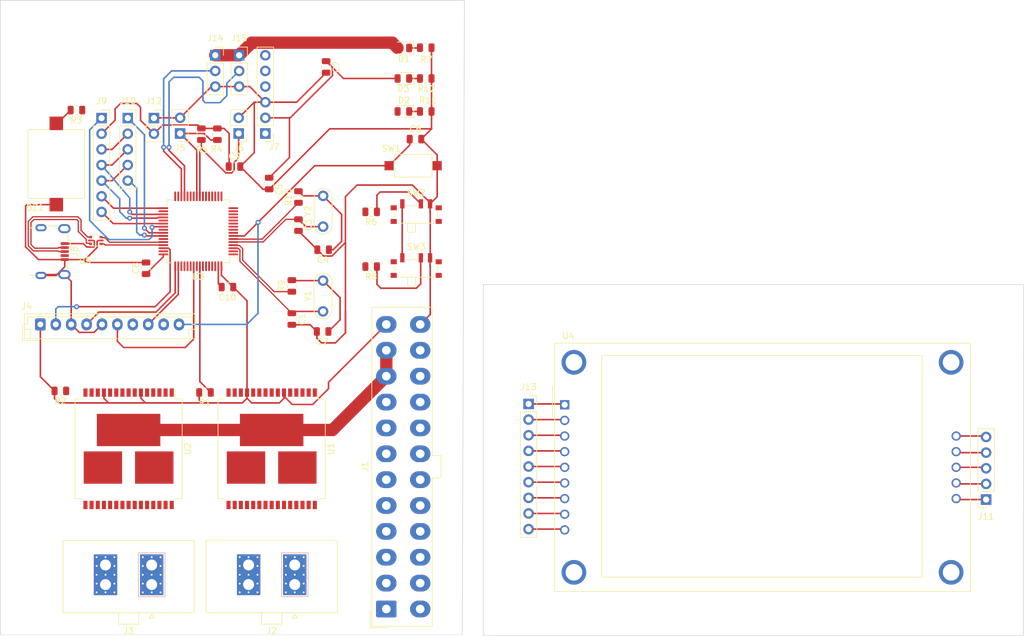
<source format=kicad_pcb>
(kicad_pcb (version 20171130) (host pcbnew "(5.1.6-0-10_14)")
  (layers (0 F.Cu signal) (31 B.Cu signal) (34 B.Paste user) (35 F.Paste user) (36 B.SilkS user) (37 F.SilkS user) (38 B.Mask user) (39 F.Mask user) (44 Edge.Cuts user))
  (net 0 "")
  (net 1 "Net-(BZ1-Pad1)")
  (net 2 GND)
  (net 3 "Net-(C2-Pad1)")
  (net 4 "Net-(C4-Pad1)")
  (net 5 +3V3)
  (net 6 /ControllerSchematic/RST)
  (net 7 +12V)
  (net 8 "Net-(D1-Pad1)")
  (net 9 +5V)
  (net 10 "Net-(D2-Pad1)")
  (net 11 "Net-(D3-Pad1)")
  (net 12 "Net-(J1-Pad21)")
  (net 13 "Net-(J1-Pad20)")
  (net 14 "Net-(J1-Pad16)")
  (net 15 "Net-(J1-Pad14)")
  (net 16 "Net-(J1-Pad8)")
  (net 17 "Net-(J4-Pad9)")
  (net 18 /ControllerSchematic/JTDI)
  (net 19 "Net-(J4-Pad7)")
  (net 20 /ControllerSchematic/SWO)
  (net 21 /ControllerSchematic/SWDCLK)
  (net 22 /ControllerSchematic/SWDIO)
  (net 23 /ControllerSchematic/THERMISTOR_IN_1)
  (net 24 /ControllerSchematic/THERMISTOR_IN_2)
  (net 25 /ControllerSchematic/BT_STATE)
  (net 26 /ControllerSchematic/BT_RXD)
  (net 27 /ControllerSchematic/BT_TXD)
  (net 28 /ControllerSchematic/BT_ENABLE)
  (net 29 "Net-(J8-Pad4)")
  (net 30 VBUS)
  (net 31 /ControllerSchematic/PELTIER_EN_1)
  (net 32 /ControllerSchematic/PELTIER_EN_2)
  (net 33 /ControllerSchematic/BUZZER_PWM_IN)
  (net 34 /ControllerSchematic/BOOT1)
  (net 35 "Net-(R6-Pad1)")
  (net 36 /ControllerSchematic/BOOT0)
  (net 37 "Net-(R8-Pad1)")
  (net 38 "Net-(U1-Pad29)")
  (net 39 "Net-(U1-Pad2)")
  (net 40 /ControllerSchematic/PELTIER_IN_A_1)
  (net 41 "Net-(U1-Pad24)")
  (net 42 /ControllerSchematic/PELTIER_PWM_1)
  (net 43 "Net-(U1-Pad8)")
  (net 44 "Net-(U1-Pad22)")
  (net 45 /ControllerSchematic/PELTIER_IN_B_1)
  (net 46 "Net-(U1-Pad11)")
  (net 47 "Net-(U1-Pad17)")
  (net 48 "Net-(U1-Pad14)")
  (net 49 "Net-(U2-Pad29)")
  (net 50 "Net-(U2-Pad2)")
  (net 51 /ControllerSchematic/PELTIER_IN_A_2)
  (net 52 "Net-(U2-Pad24)")
  (net 53 /ControllerSchematic/PELTIER_PWM_2)
  (net 54 "Net-(U2-Pad8)")
  (net 55 "Net-(U2-Pad22)")
  (net 56 /ControllerSchematic/PELTIER_IN_B_2)
  (net 57 "Net-(U2-Pad11)")
  (net 58 "Net-(U2-Pad17)")
  (net 59 "Net-(U2-Pad14)")
  (net 60 "Net-(U3-Pad62)")
  (net 61 "Net-(U3-Pad56)")
  (net 62 /ControllerSchematic/SD_FLASH)
  (net 63 /ControllerSchematic/SD_CS_SPI)
  (net 64 "Net-(U3-Pad40)")
  (net 65 /ControllerSchematic/SCREEN_RESET)
  (net 66 /ControllerSchematic/SCREEN_D-C_SPI)
  (net 67 "Net-(U3-Pad37)")
  (net 68 /DisplaySchematic/MOSI_IN)
  (net 69 /DisplaySchematic/MISO_IN)
  (net 70 /ControllerSchematic/SPI_CLOCK_IN)
  (net 71 /ControllerSchematic/SCREEN_CS_SPI)
  (net 72 "Net-(U3-Pad27)")
  (net 73 "Net-(U3-Pad23)")
  (net 74 "Net-(U3-Pad22)")
  (net 75 "Net-(U3-Pad21)")
  (net 76 "Net-(U3-Pad20)")
  (net 77 "Net-(U3-Pad11)")
  (net 78 "Net-(U3-Pad10)")
  (net 79 "Net-(U3-Pad9)")
  (net 80 "Net-(U3-Pad8)")
  (net 81 "Net-(U3-Pad2)")
  (net 82 "Net-(J11-Pad5)")
  (net 83 "Net-(J11-Pad4)")
  (net 84 "Net-(J11-Pad3)")
  (net 85 "Net-(J11-Pad2)")
  (net 86 "Net-(J11-Pad1)")
  (net 87 /DisplaySchematic/SCREEN_GND_IN)
  (net 88 /DisplaySchematic/SCREEN_VCC_IN)
  (net 89 /DisplaySchematic/PIN_9_ILI)
  (net 90 /DisplaySchematic/PIN_8_ILI)
  (net 91 /DisplaySchematic/PIN_7_ILI)
  (net 92 /DisplaySchematic/PIN_6_ILI)
  (net 93 /DisplaySchematic/PIN_5_ILI)
  (net 94 /DisplaySchematic/PIN_4_ILI)
  (net 95 /DisplaySchematic/PIN_3_ILI)
  (net 96 /ControllerSchematic/VENTILADOR_PWM_2)
  (net 97 /ControllerSchematic/VENTILADOR_PWM_1)
  (net 98 "Net-(U3-Pad43)")
  (net 99 /ControllerSchematic/USB_DATA-)
  (net 100 /ControllerSchematic/USB_DATA+)
  (net 101 /InterfacesSchematic/D+)
  (net 102 /InterfacesSchematic/D-)
  (net 103 /ControllerSchematic/OSC_LSE+)
  (net 104 /ControllerSchematic/OSC_HSE+)
  (net 105 /ControllerSchematic/OSC_LSE-)
  (net 106 /ControllerSchematic/OSC_HSE-)
  (net 107 /PeltierSchematic/OUT1-)
  (net 108 /PeltierSchematic/OUT1+)
  (net 109 /PeltierSchematic/OUT2-)
  (net 110 /PeltierSchematic/OUT2+)
  (module Connector_PinSocket_2.54mm:PinSocket_1x05_P2.54mm_Vertical (layer F.Cu) (at 54.678257 68.12322)
    (fp_text reference J10 (at 0 -2.77) (layer F.SilkS))
    (fp_text value Conn_01x05)
    (pad 1 thru_hole rect (at 0 0) (size 1.7 1.7) (drill 1) (layers *.Cu *.Mask) (net 63 /ControllerSchematic/SD_CS_SPI))
    (pad 2 thru_hole oval (at 0 2.54) (size 1.7 1.7) (drill 1) (layers *.Cu *.Mask) (net 70 /ControllerSchematic/SPI_CLOCK_IN))
    (pad 3 thru_hole oval (at 0 5.08) (size 1.7 1.7) (drill 1) (layers *.Cu *.Mask) (net 69 /DisplaySchematic/MISO_IN))
    (pad 4 thru_hole oval (at 0 7.62) (size 1.7 1.7) (drill 1) (layers *.Cu *.Mask) (net 68 /DisplaySchematic/MOSI_IN))
    (pad 5 thru_hole oval (at 0 10.16) (size 1.7 1.7) (drill 1) (layers *.Cu *.Mask) (net 62 /ControllerSchematic/SD_FLASH))
  )
  (module Button_Switch_SMD:SW_SPDT_PCM12 (layer F.Cu) (at 101.47922 92.23756)
    (fp_text reference SW3 (at 0 -3.2) (layer F.SilkS))
    (fp_text value SW_SPDT)
    (pad "" smd rect (at -3.65 -0.78) (size 1 0.8) (layers F.Cu F.Paste F.Mask))
    (pad "" smd rect (at 3.65 -0.78) (size 1 0.8) (layers F.Cu F.Paste F.Mask))
    (pad "" smd rect (at 3.65 1.43) (size 1 0.8) (layers F.Cu F.Paste F.Mask))
    (pad "" smd rect (at -3.65 1.43) (size 1 0.8) (layers F.Cu F.Paste F.Mask))
    (pad 3 smd rect (at 2.25 -1.43) (size 0.7 1.5) (layers F.Cu F.Paste F.Mask) (net 2 GND))
    (pad 2 smd rect (at 0.75 -1.43) (size 0.7 1.5) (layers F.Cu F.Paste F.Mask) (net 37 "Net-(R8-Pad1)"))
    (pad 1 smd rect (at -2.25 -1.43) (size 0.7 1.5) (layers F.Cu F.Paste F.Mask) (net 5 +3V3))
    (pad "" np_thru_hole circle (at 1.5 0.33) (size 0.9 0.9) (drill 0.9) (layers *.Cu *.Mask))
    (pad "" np_thru_hole circle (at -1.5 0.33) (size 0.9 0.9) (drill 0.9) (layers *.Cu *.Mask))
  )
  (module Connector_USB:USB_Micro-B_Wuerth_629105150521 (layer F.Cu) (at 42.55 89.8 270)
    (fp_text reference J8 (at 0 -3.5 270) (layer F.SilkS))
    (fp_text value USB_B_Micro)
    (pad "" np_thru_hole oval (at 2.5 -0.8 270) (size 0.8 0.8) (drill 0.8) (layers *.Cu *.Mask))
    (pad "" np_thru_hole oval (at -2.5 -0.8 270) (size 0.8 0.8) (drill 0.8) (layers *.Cu *.Mask))
    (pad 6 thru_hole oval (at 3.875 1.95 270) (size 1.15 1.8) (drill oval 0.55 1.2) (layers *.Cu *.Mask) (net 2 GND))
    (pad 6 thru_hole oval (at -3.875 1.95 270) (size 1.15 1.8) (drill oval 0.55 1.2) (layers *.Cu *.Mask) (net 2 GND))
    (pad 6 thru_hole oval (at 3.725 -1.85 270) (size 1.45 2) (drill oval 0.85 1.4) (layers *.Cu *.Mask) (net 2 GND))
    (pad 6 thru_hole oval (at -3.725 -1.85 270) (size 1.45 2) (drill oval 0.85 1.4) (layers *.Cu *.Mask) (net 2 GND))
    (pad 5 smd rect (at 1.3 -1.9 270) (size 0.45 1.3) (layers F.Cu F.Paste F.Mask) (net 2 GND))
    (pad 4 smd rect (at 0.65 -1.9 270) (size 0.45 1.3) (layers F.Cu F.Paste F.Mask) (net 29 "Net-(J8-Pad4)"))
    (pad 3 smd rect (at 0 -1.9 270) (size 0.45 1.3) (layers F.Cu F.Paste F.Mask) (net 101 /InterfacesSchematic/D+))
    (pad 2 smd rect (at -0.65 -1.9 270) (size 0.45 1.3) (layers F.Cu F.Paste F.Mask) (net 102 /InterfacesSchematic/D-))
    (pad 1 smd rect (at -1.3 -1.9 270) (size 0.45 1.3) (layers F.Cu F.Paste F.Mask) (net 30 VBUS))
  )
  (module Connector_PinSocket_2.54mm:PinSocket_1x03_P2.54mm_Vertical (layer F.Cu) (at 72.75 57.925)
    (fp_text reference J15 (at 0 -2.77) (layer F.SilkS))
    (fp_text value Conn_01x03)
    (pad 3 thru_hole oval (at 0 5.08) (size 1.7 1.7) (drill 1) (layers *.Cu *.Mask) (net 2 GND))
    (pad 2 thru_hole oval (at 0 2.54) (size 1.7 1.7) (drill 1) (layers *.Cu *.Mask) (net 97 /ControllerSchematic/VENTILADOR_PWM_1))
    (pad 1 thru_hole rect (at 0 0) (size 1.7 1.7) (drill 1) (layers *.Cu *.Mask) (net 7 +12V))
  )
  (module Connector_PinSocket_2.54mm:PinSocket_1x03_P2.54mm_Vertical (layer F.Cu) (at 68.875 57.925)
    (fp_text reference J14 (at 0 -2.77) (layer F.SilkS))
    (fp_text value Conn_01x03)
    (pad 3 thru_hole oval (at 0 5.08) (size 1.7 1.7) (drill 1) (layers *.Cu *.Mask) (net 2 GND))
    (pad 2 thru_hole oval (at 0 2.54) (size 1.7 1.7) (drill 1) (layers *.Cu *.Mask) (net 96 /ControllerSchematic/VENTILADOR_PWM_2))
    (pad 1 thru_hole rect (at 0 0) (size 1.7 1.7) (drill 1) (layers *.Cu *.Mask) (net 7 +12V))
  )
  (module Connector_PinSocket_2.54mm:PinSocket_1x09_P2.54mm_Vertical (layer F.Cu) (at 119.70976 114.544)
    (fp_text reference J13 (at 0 -2.77) (layer F.SilkS))
    (fp_text value Conn_01x09)
    (pad 9 thru_hole oval (at 0 20.32) (size 1.7 1.7) (drill 1) (layers *.Cu *.Mask) (net 89 /DisplaySchematic/PIN_9_ILI))
    (pad 8 thru_hole oval (at 0 17.78) (size 1.7 1.7) (drill 1) (layers *.Cu *.Mask) (net 90 /DisplaySchematic/PIN_8_ILI))
    (pad 7 thru_hole oval (at 0 15.24) (size 1.7 1.7) (drill 1) (layers *.Cu *.Mask) (net 91 /DisplaySchematic/PIN_7_ILI))
    (pad 6 thru_hole oval (at 0 12.7) (size 1.7 1.7) (drill 1) (layers *.Cu *.Mask) (net 92 /DisplaySchematic/PIN_6_ILI))
    (pad 5 thru_hole oval (at 0 10.16) (size 1.7 1.7) (drill 1) (layers *.Cu *.Mask) (net 93 /DisplaySchematic/PIN_5_ILI))
    (pad 4 thru_hole oval (at 0 7.62) (size 1.7 1.7) (drill 1) (layers *.Cu *.Mask) (net 94 /DisplaySchematic/PIN_4_ILI))
    (pad 3 thru_hole oval (at 0 5.08) (size 1.7 1.7) (drill 1) (layers *.Cu *.Mask) (net 95 /DisplaySchematic/PIN_3_ILI))
    (pad 2 thru_hole oval (at 0 2.54) (size 1.7 1.7) (drill 1) (layers *.Cu *.Mask) (net 87 /DisplaySchematic/SCREEN_GND_IN))
    (pad 1 thru_hole rect (at 0 0) (size 1.7 1.7) (drill 1) (layers *.Cu *.Mask) (net 88 /DisplaySchematic/SCREEN_VCC_IN))
  )
  (module Connector_PinSocket_2.54mm:PinSocket_1x02_P2.54mm_Vertical (layer F.Cu) (at 58.926934 68.12322)
    (fp_text reference J12 (at 0 -2.77) (layer F.SilkS))
    (fp_text value Conn_01x02)
    (pad 1 thru_hole rect (at 0 0) (size 1.7 1.7) (drill 1) (layers *.Cu *.Mask) (net 2 GND))
    (pad 2 thru_hole oval (at 0 2.54) (size 1.7 1.7) (drill 1) (layers *.Cu *.Mask) (net 5 +3V3))
  )
  (module Connector_PinSocket_2.54mm:PinSocket_1x05_P2.54mm_Vertical (layer F.Cu) (at 193.94126 130.06594 180)
    (fp_text reference J11 (at 0 -2.77) (layer F.SilkS))
    (fp_text value Conn_01x05)
    (pad 5 thru_hole oval (at 0 10.16 180) (size 1.7 1.7) (drill 1) (layers *.Cu *.Mask) (net 82 "Net-(J11-Pad5)"))
    (pad 4 thru_hole oval (at 0 7.62 180) (size 1.7 1.7) (drill 1) (layers *.Cu *.Mask) (net 83 "Net-(J11-Pad4)"))
    (pad 3 thru_hole oval (at 0 5.08 180) (size 1.7 1.7) (drill 1) (layers *.Cu *.Mask) (net 84 "Net-(J11-Pad3)"))
    (pad 2 thru_hole oval (at 0 2.54 180) (size 1.7 1.7) (drill 1) (layers *.Cu *.Mask) (net 85 "Net-(J11-Pad2)"))
    (pad 1 thru_hole rect (at 0 0 180) (size 1.7 1.7) (drill 1) (layers *.Cu *.Mask) (net 86 "Net-(J11-Pad1)"))
  )
  (module Connector_PinSocket_2.54mm:PinSocket_1x07_P2.54mm_Vertical (layer F.Cu) (at 50.42958 68.12322)
    (fp_text reference J9 (at 0 -2.77) (layer F.SilkS))
    (fp_text value Conn_01x07)
    (pad 1 thru_hole rect (at 0 0) (size 1.7 1.7) (drill 1) (layers *.Cu *.Mask) (net 65 /ControllerSchematic/SCREEN_RESET))
    (pad 2 thru_hole oval (at 0 2.54) (size 1.7 1.7) (drill 1) (layers *.Cu *.Mask) (net 5 +3V3))
    (pad 3 thru_hole oval (at 0 5.08) (size 1.7 1.7) (drill 1) (layers *.Cu *.Mask) (net 70 /ControllerSchematic/SPI_CLOCK_IN))
    (pad 4 thru_hole oval (at 0 7.62) (size 1.7 1.7) (drill 1) (layers *.Cu *.Mask) (net 69 /DisplaySchematic/MISO_IN))
    (pad 5 thru_hole oval (at 0 10.16) (size 1.7 1.7) (drill 1) (layers *.Cu *.Mask) (net 68 /DisplaySchematic/MOSI_IN))
    (pad 6 thru_hole oval (at 0 12.7) (size 1.7 1.7) (drill 1) (layers *.Cu *.Mask) (net 71 /ControllerSchematic/SCREEN_CS_SPI))
    (pad 7 thru_hole oval (at 0 15.24) (size 1.7 1.7) (drill 1) (layers *.Cu *.Mask) (net 66 /ControllerSchematic/SCREEN_D-C_SPI))
  )
  (module Crystal:Resonator-2Pin_W7.0mm_H2.5mm (layer F.Cu) (at 86.375 85.75 90)
    (fp_text reference Y2 (at 2.5 -2.45 90) (layer F.SilkS))
    (fp_text value 8MHz)
    (pad 2 thru_hole circle (at 5 0 90) (size 1.7 1.7) (drill 1) (layers *.Cu *.Mask) (net 4 "Net-(C4-Pad1)"))
    (pad 1 thru_hole circle (at 0 0 90) (size 1.7 1.7) (drill 1) (layers *.Cu *.Mask) (net 104 /ControllerSchematic/OSC_HSE+))
  )
  (module Crystal:Resonator-2Pin_W7.0mm_H2.5mm (layer F.Cu) (at 86.36 99.515 90)
    (fp_text reference Y1 (at 2.5 -2.45 90) (layer F.SilkS))
    (fp_text value 32KHz)
    (pad 2 thru_hole circle (at 5 0 90) (size 1.7 1.7) (drill 1) (layers *.Cu *.Mask) (net 3 "Net-(C2-Pad1)"))
    (pad 1 thru_hole circle (at 0 0 90) (size 1.7 1.7) (drill 1) (layers *.Cu *.Mask) (net 103 /ControllerSchematic/OSC_LSE+))
  )
  (module Package_TO_SOT_SMD:SOT-666 (layer F.Cu) (at 49.5 88)
    (fp_text reference U5 (at -1.75 3.25) (layer F.SilkS))
    (fp_text value USBLC6-2P6)
    (pad 6 smd rect (at 0.85 -0.5375) (size 0.5 0.375) (layers F.Cu F.Paste F.Mask) (net 100 /ControllerSchematic/USB_DATA+))
    (pad 4 smd rect (at 0.85 0.5375) (size 0.5 0.375) (layers F.Cu F.Paste F.Mask) (net 99 /ControllerSchematic/USB_DATA-))
    (pad 2 smd rect (at -0.925 0) (size 0.65 0.3) (layers F.Cu F.Paste F.Mask) (net 30 VBUS))
    (pad 5 smd rect (at 0.925 0) (size 0.65 0.3) (layers F.Cu F.Paste F.Mask) (net 2 GND))
    (pad 3 smd rect (at -0.85 0.5375) (size 0.5 0.375) (layers F.Cu F.Paste F.Mask) (net 102 /InterfacesSchematic/D-))
    (pad 1 smd rect (at -0.85 -0.5375) (size 0.5 0.375) (layers F.Cu F.Paste F.Mask) (net 101 /InterfacesSchematic/D+))
  )
  (module Display:CR2013-MI2120 (layer F.Cu) (at 125.567 114.671)
    (fp_text reference U4 (at 0.59 -11.18) (layer F.SilkS))
    (fp_text value CR2013-MI2120)
    (pad "" thru_hole circle (at 1.5 27.21) (size 4 4) (drill 2.7) (layers *.Cu *.Mask))
    (pad "" thru_hole circle (at 62.7 27.21) (size 4 4) (drill 2.7) (layers *.Cu *.Mask))
    (pad "" thru_hole circle (at 62.7 -6.89) (size 4 4) (drill 2.7) (layers *.Cu *.Mask))
    (pad "" thru_hole circle (at 1.5 -6.89) (size 4 4) (drill 2.7) (layers *.Cu *.Mask))
    (pad 14 thru_hole circle (at 63.52 15.24) (size 1.5 1.5) (drill 1) (layers *.Cu *.Mask) (net 86 "Net-(J11-Pad1)"))
    (pad 13 thru_hole circle (at 63.52 12.7) (size 1.5 1.5) (drill 1) (layers *.Cu *.Mask) (net 85 "Net-(J11-Pad2)"))
    (pad 12 thru_hole circle (at 63.52 10.16) (size 1.5 1.5) (drill 1) (layers *.Cu *.Mask) (net 84 "Net-(J11-Pad3)"))
    (pad 11 thru_hole circle (at 63.52 7.62) (size 1.5 1.5) (drill 1) (layers *.Cu *.Mask) (net 83 "Net-(J11-Pad4)"))
    (pad 10 thru_hole circle (at 63.52 5.08) (size 1.5 1.5) (drill 1) (layers *.Cu *.Mask) (net 82 "Net-(J11-Pad5)"))
    (pad 9 thru_hole circle (at 0 20.32) (size 1.5 1.5) (drill 1) (layers *.Cu *.Mask) (net 89 /DisplaySchematic/PIN_9_ILI))
    (pad 8 thru_hole circle (at 0 17.78) (size 1.5 1.5) (drill 1) (layers *.Cu *.Mask) (net 90 /DisplaySchematic/PIN_8_ILI))
    (pad 7 thru_hole circle (at 0 15.24) (size 1.5 1.5) (drill 1) (layers *.Cu *.Mask) (net 91 /DisplaySchematic/PIN_7_ILI))
    (pad 6 thru_hole circle (at 0 12.7) (size 1.5 1.5) (drill 1) (layers *.Cu *.Mask) (net 92 /DisplaySchematic/PIN_6_ILI))
    (pad 5 thru_hole circle (at 0 10.16) (size 1.5 1.5) (drill 1) (layers *.Cu *.Mask) (net 93 /DisplaySchematic/PIN_5_ILI))
    (pad 4 thru_hole circle (at 0 7.62) (size 1.5 1.5) (drill 1) (layers *.Cu *.Mask) (net 94 /DisplaySchematic/PIN_4_ILI))
    (pad 3 thru_hole circle (at 0 5.08) (size 1.5 1.5) (drill 1) (layers *.Cu *.Mask) (net 95 /DisplaySchematic/PIN_3_ILI))
    (pad 2 thru_hole circle (at 0 2.54) (size 1.5 1.5) (drill 1) (layers *.Cu *.Mask) (net 87 /DisplaySchematic/SCREEN_GND_IN))
    (pad 1 thru_hole rect (at 0 0) (size 1.5 1.5) (drill 1) (layers *.Cu *.Mask) (net 88 /DisplaySchematic/SCREEN_VCC_IN))
  )
  (module Package_QFP:LQFP-64_10x10mm_P0.5mm (layer F.Cu) (at 66.127 86.5056 180)
    (fp_text reference U3 (at 0 -7.4) (layer F.SilkS))
    (fp_text value STM32F102R8Tx)
    (pad 64 smd roundrect (at -3.75 -5.675 180) (size 0.3 1.55) (layers F.Cu F.Paste F.Mask) (net 5 +3V3))
    (pad 63 smd roundrect (at -3.25 -5.675 180) (size 0.3 1.55) (layers F.Cu F.Paste F.Mask) (net 2 GND))
    (pad 62 smd roundrect (at -2.75 -5.675 180) (size 0.3 1.55) (layers F.Cu F.Paste F.Mask) (net 60 "Net-(U3-Pad62)"))
    (pad 61 smd roundrect (at -2.25 -5.675 180) (size 0.3 1.55) (layers F.Cu F.Paste F.Mask) (net 42 /ControllerSchematic/PELTIER_PWM_1))
    (pad 60 smd roundrect (at -1.75 -5.675 180) (size 0.3 1.55) (layers F.Cu F.Paste F.Mask) (net 36 /ControllerSchematic/BOOT0))
    (pad 59 smd roundrect (at -1.25 -5.675 180) (size 0.3 1.55) (layers F.Cu F.Paste F.Mask) (net 45 /ControllerSchematic/PELTIER_IN_B_1))
    (pad 58 smd roundrect (at -0.75 -5.675 180) (size 0.3 1.55) (layers F.Cu F.Paste F.Mask) (net 40 /ControllerSchematic/PELTIER_IN_A_1))
    (pad 57 smd roundrect (at -0.25 -5.675 180) (size 0.3 1.55) (layers F.Cu F.Paste F.Mask) (net 31 /ControllerSchematic/PELTIER_EN_1))
    (pad 56 smd roundrect (at 0.25 -5.675 180) (size 0.3 1.55) (layers F.Cu F.Paste F.Mask) (net 61 "Net-(U3-Pad56)"))
    (pad 55 smd roundrect (at 0.75 -5.675 180) (size 0.3 1.55) (layers F.Cu F.Paste F.Mask) (net 20 /ControllerSchematic/SWO))
    (pad 54 smd roundrect (at 1.25 -5.675 180) (size 0.3 1.55) (layers F.Cu F.Paste F.Mask) (net 53 /ControllerSchematic/PELTIER_PWM_2))
    (pad 53 smd roundrect (at 1.75 -5.675 180) (size 0.3 1.55) (layers F.Cu F.Paste F.Mask) (net 56 /ControllerSchematic/PELTIER_IN_B_2))
    (pad 52 smd roundrect (at 2.25 -5.675 180) (size 0.3 1.55) (layers F.Cu F.Paste F.Mask) (net 51 /ControllerSchematic/PELTIER_IN_A_2))
    (pad 51 smd roundrect (at 2.75 -5.675 180) (size 0.3 1.55) (layers F.Cu F.Paste F.Mask) (net 32 /ControllerSchematic/PELTIER_EN_2))
    (pad 50 smd roundrect (at 3.25 -5.675 180) (size 0.3 1.55) (layers F.Cu F.Paste F.Mask) (net 18 /ControllerSchematic/JTDI))
    (pad 49 smd roundrect (at 3.75 -5.675 180) (size 0.3 1.55) (layers F.Cu F.Paste F.Mask) (net 21 /ControllerSchematic/SWDCLK))
    (pad 48 smd roundrect (at 5.675 -3.75 180) (size 1.55 0.3) (layers F.Cu F.Paste F.Mask) (net 5 +3V3))
    (pad 47 smd roundrect (at 5.675 -3.25 180) (size 1.55 0.3) (layers F.Cu F.Paste F.Mask) (net 2 GND))
    (pad 46 smd roundrect (at 5.675 -2.75 180) (size 1.55 0.3) (layers F.Cu F.Paste F.Mask) (net 22 /ControllerSchematic/SWDIO))
    (pad 45 smd roundrect (at 5.675 -2.25 180) (size 1.55 0.3) (layers F.Cu F.Paste F.Mask) (net 99 /ControllerSchematic/USB_DATA-))
    (pad 44 smd roundrect (at 5.675 -1.75 180) (size 1.55 0.3) (layers F.Cu F.Paste F.Mask) (net 100 /ControllerSchematic/USB_DATA+))
    (pad 43 smd roundrect (at 5.675 -1.25 180) (size 1.55 0.3) (layers F.Cu F.Paste F.Mask) (net 98 "Net-(U3-Pad43)"))
    (pad 42 smd roundrect (at 5.675 -0.75 180) (size 1.55 0.3) (layers F.Cu F.Paste F.Mask) (net 62 /ControllerSchematic/SD_FLASH))
    (pad 41 smd roundrect (at 5.675 -0.25 180) (size 1.55 0.3) (layers F.Cu F.Paste F.Mask) (net 63 /ControllerSchematic/SD_CS_SPI))
    (pad 40 smd roundrect (at 5.675 0.25 180) (size 1.55 0.3) (layers F.Cu F.Paste F.Mask) (net 64 "Net-(U3-Pad40)"))
    (pad 39 smd roundrect (at 5.675 0.75 180) (size 1.55 0.3) (layers F.Cu F.Paste F.Mask) (net 65 /ControllerSchematic/SCREEN_RESET))
    (pad 38 smd roundrect (at 5.675 1.25 180) (size 1.55 0.3) (layers F.Cu F.Paste F.Mask) (net 66 /ControllerSchematic/SCREEN_D-C_SPI))
    (pad 37 smd roundrect (at 5.675 1.75 180) (size 1.55 0.3) (layers F.Cu F.Paste F.Mask) (net 67 "Net-(U3-Pad37)"))
    (pad 36 smd roundrect (at 5.675 2.25 180) (size 1.55 0.3) (layers F.Cu F.Paste F.Mask) (net 68 /DisplaySchematic/MOSI_IN))
    (pad 35 smd roundrect (at 5.675 2.75 180) (size 1.55 0.3) (layers F.Cu F.Paste F.Mask) (net 69 /DisplaySchematic/MISO_IN))
    (pad 34 smd roundrect (at 5.675 3.25 180) (size 1.55 0.3) (layers F.Cu F.Paste F.Mask) (net 70 /ControllerSchematic/SPI_CLOCK_IN))
    (pad 33 smd roundrect (at 5.675 3.75 180) (size 1.55 0.3) (layers F.Cu F.Paste F.Mask) (net 71 /ControllerSchematic/SCREEN_CS_SPI))
    (pad 32 smd roundrect (at 3.75 5.675 180) (size 0.3 1.55) (layers F.Cu F.Paste F.Mask) (net 5 +3V3))
    (pad 31 smd roundrect (at 3.25 5.675 180) (size 0.3 1.55) (layers F.Cu F.Paste F.Mask) (net 2 GND))
    (pad 30 smd roundrect (at 2.75 5.675 180) (size 0.3 1.55) (layers F.Cu F.Paste F.Mask) (net 96 /ControllerSchematic/VENTILADOR_PWM_2))
    (pad 29 smd roundrect (at 2.25 5.675 180) (size 0.3 1.55) (layers F.Cu F.Paste F.Mask) (net 97 /ControllerSchematic/VENTILADOR_PWM_1))
    (pad 28 smd roundrect (at 1.75 5.675 180) (size 0.3 1.55) (layers F.Cu F.Paste F.Mask) (net 34 /ControllerSchematic/BOOT1))
    (pad 27 smd roundrect (at 1.25 5.675 180) (size 0.3 1.55) (layers F.Cu F.Paste F.Mask) (net 72 "Net-(U3-Pad27)"))
    (pad 26 smd roundrect (at 0.75 5.675 180) (size 0.3 1.55) (layers F.Cu F.Paste F.Mask) (net 33 /ControllerSchematic/BUZZER_PWM_IN))
    (pad 25 smd roundrect (at 0.25 5.675 180) (size 0.3 1.55) (layers F.Cu F.Paste F.Mask) (net 23 /ControllerSchematic/THERMISTOR_IN_1))
    (pad 24 smd roundrect (at -0.25 5.675 180) (size 0.3 1.55) (layers F.Cu F.Paste F.Mask) (net 24 /ControllerSchematic/THERMISTOR_IN_2))
    (pad 23 smd roundrect (at -0.75 5.675 180) (size 0.3 1.55) (layers F.Cu F.Paste F.Mask) (net 73 "Net-(U3-Pad23)"))
    (pad 22 smd roundrect (at -1.25 5.675 180) (size 0.3 1.55) (layers F.Cu F.Paste F.Mask) (net 74 "Net-(U3-Pad22)"))
    (pad 21 smd roundrect (at -1.75 5.675 180) (size 0.3 1.55) (layers F.Cu F.Paste F.Mask) (net 75 "Net-(U3-Pad21)"))
    (pad 20 smd roundrect (at -2.25 5.675 180) (size 0.3 1.55) (layers F.Cu F.Paste F.Mask) (net 76 "Net-(U3-Pad20)"))
    (pad 19 smd roundrect (at -2.75 5.675 180) (size 0.3 1.55) (layers F.Cu F.Paste F.Mask) (net 5 +3V3))
    (pad 18 smd roundrect (at -3.25 5.675 180) (size 0.3 1.55) (layers F.Cu F.Paste F.Mask) (net 2 GND))
    (pad 17 smd roundrect (at -3.75 5.675 180) (size 0.3 1.55) (layers F.Cu F.Paste F.Mask) (net 25 /ControllerSchematic/BT_STATE))
    (pad 16 smd roundrect (at -5.675 3.75 180) (size 1.55 0.3) (layers F.Cu F.Paste F.Mask) (net 27 /ControllerSchematic/BT_TXD))
    (pad 15 smd roundrect (at -5.675 3.25 180) (size 1.55 0.3) (layers F.Cu F.Paste F.Mask) (net 26 /ControllerSchematic/BT_RXD))
    (pad 14 smd roundrect (at -5.675 2.75 180) (size 1.55 0.3) (layers F.Cu F.Paste F.Mask) (net 28 /ControllerSchematic/BT_ENABLE))
    (pad 13 smd roundrect (at -5.675 2.25 180) (size 1.55 0.3) (layers F.Cu F.Paste F.Mask) (net 5 +3V3))
    (pad 12 smd roundrect (at -5.675 1.75 180) (size 1.55 0.3) (layers F.Cu F.Paste F.Mask) (net 2 GND))
    (pad 11 smd roundrect (at -5.675 1.25 180) (size 1.55 0.3) (layers F.Cu F.Paste F.Mask) (net 77 "Net-(U3-Pad11)"))
    (pad 10 smd roundrect (at -5.675 0.75 180) (size 1.55 0.3) (layers F.Cu F.Paste F.Mask) (net 78 "Net-(U3-Pad10)"))
    (pad 9 smd roundrect (at -5.675 0.25 180) (size 1.55 0.3) (layers F.Cu F.Paste F.Mask) (net 79 "Net-(U3-Pad9)"))
    (pad 8 smd roundrect (at -5.675 -0.25 180) (size 1.55 0.3) (layers F.Cu F.Paste F.Mask) (net 80 "Net-(U3-Pad8)"))
    (pad 7 smd roundrect (at -5.675 -0.75 180) (size 1.55 0.3) (layers F.Cu F.Paste F.Mask) (net 6 /ControllerSchematic/RST))
    (pad 6 smd roundrect (at -5.675 -1.25 180) (size 1.55 0.3) (layers F.Cu F.Paste F.Mask) (net 106 /ControllerSchematic/OSC_HSE-))
    (pad 5 smd roundrect (at -5.675 -1.75 180) (size 1.55 0.3) (layers F.Cu F.Paste F.Mask) (net 104 /ControllerSchematic/OSC_HSE+))
    (pad 4 smd roundrect (at -5.675 -2.25 180) (size 1.55 0.3) (layers F.Cu F.Paste F.Mask) (net 105 /ControllerSchematic/OSC_LSE-))
    (pad 3 smd roundrect (at -5.675 -2.75 180) (size 1.55 0.3) (layers F.Cu F.Paste F.Mask) (net 103 /ControllerSchematic/OSC_LSE+))
    (pad 2 smd roundrect (at -5.675 -3.25 180) (size 1.55 0.3) (layers F.Cu F.Paste F.Mask) (net 81 "Net-(U3-Pad2)"))
    (pad 1 smd roundrect (at -5.675 -3.75 180) (size 1.55 0.3) (layers F.Cu F.Paste F.Mask) (net 5 +3V3))
  )
  (module Package_SO:ST_MultiPowerSO-30 (layer F.Cu) (at 54.8138 121.8204 270)
    (fp_text reference U2 (at 0 -9.6 90) (layer F.SilkS))
    (fp_text value VNH5019A-E)
    (pad 33 smd rect (at 3.05 -4.165 270) (size 5.25 6.23) (layers F.Cu F.Paste F.Mask) (net 110 /PeltierSchematic/OUT2+))
    (pad 31 smd rect (at -3.05 0 270) (size 5.25 10.3) (layers F.Cu F.Paste F.Mask) (net 7 +12V))
    (pad 30 smd rect (at 9.125 -7 180) (size 0.66 1.35) (layers F.Cu F.Paste F.Mask) (net 110 /PeltierSchematic/OUT2+))
    (pad 1 smd rect (at -9.125 -7 180) (size 0.66 1.35) (layers F.Cu F.Paste F.Mask) (net 110 /PeltierSchematic/OUT2+))
    (pad 29 smd rect (at 9.125 -6 180) (size 0.66 1.35) (layers F.Cu F.Paste F.Mask) (net 49 "Net-(U2-Pad29)"))
    (pad 2 smd rect (at -9.125 -6 180) (size 0.66 1.35) (layers F.Cu F.Paste F.Mask) (net 50 "Net-(U2-Pad2)"))
    (pad 28 smd rect (at 9.125 -5 180) (size 0.66 1.35) (layers F.Cu F.Paste F.Mask) (net 2 GND))
    (pad 3 smd rect (at -9.125 -5 180) (size 0.66 1.35) (layers F.Cu F.Paste F.Mask) (net 7 +12V))
    (pad 27 smd rect (at 9.125 -4 180) (size 0.66 1.35) (layers F.Cu F.Paste F.Mask) (net 2 GND))
    (pad 4 smd rect (at -9.125 -4 180) (size 0.66 1.35) (layers F.Cu F.Paste F.Mask) (net 51 /ControllerSchematic/PELTIER_IN_A_2))
    (pad 26 smd rect (at 9.125 -3 180) (size 0.66 1.35) (layers F.Cu F.Paste F.Mask) (net 2 GND))
    (pad 5 smd rect (at -9.125 -3 180) (size 0.66 1.35) (layers F.Cu F.Paste F.Mask) (net 32 /ControllerSchematic/PELTIER_EN_2))
    (pad 25 smd rect (at 9.125 -2 180) (size 0.66 1.35) (layers F.Cu F.Paste F.Mask) (net 110 /PeltierSchematic/OUT2+))
    (pad 6 smd rect (at -9.125 -2 180) (size 0.66 1.35) (layers F.Cu F.Paste F.Mask) (net 5 +3V3))
    (pad 24 smd rect (at 9.125 -1 180) (size 0.66 1.35) (layers F.Cu F.Paste F.Mask) (net 52 "Net-(U2-Pad24)"))
    (pad 7 smd rect (at -9.125 -1 180) (size 0.66 1.35) (layers F.Cu F.Paste F.Mask) (net 53 /ControllerSchematic/PELTIER_PWM_2))
    (pad 23 smd rect (at 9.125 0 180) (size 0.66 1.35) (layers F.Cu F.Paste F.Mask) (net 7 +12V))
    (pad 8 smd rect (at -9.125 0 180) (size 0.66 1.35) (layers F.Cu F.Paste F.Mask) (net 54 "Net-(U2-Pad8)"))
    (pad 22 smd rect (at 9.125 1 180) (size 0.66 1.35) (layers F.Cu F.Paste F.Mask) (net 55 "Net-(U2-Pad22)"))
    (pad 9 smd rect (at -9.125 1 180) (size 0.66 1.35) (layers F.Cu F.Paste F.Mask) (net 32 /ControllerSchematic/PELTIER_EN_2))
    (pad 21 smd rect (at 9.125 2 180) (size 0.66 1.35) (layers F.Cu F.Paste F.Mask) (net 109 /PeltierSchematic/OUT2-))
    (pad 10 smd rect (at -9.125 2 180) (size 0.66 1.35) (layers F.Cu F.Paste F.Mask) (net 56 /ControllerSchematic/PELTIER_IN_B_2))
    (pad 20 smd rect (at 9.125 3 180) (size 0.66 1.35) (layers F.Cu F.Paste F.Mask) (net 2 GND))
    (pad 11 smd rect (at -9.125 3 180) (size 0.66 1.35) (layers F.Cu F.Paste F.Mask) (net 57 "Net-(U2-Pad11)"))
    (pad 19 smd rect (at 9.125 4 180) (size 0.66 1.35) (layers F.Cu F.Paste F.Mask) (net 2 GND))
    (pad 12 smd rect (at -9.125 4 180) (size 0.66 1.35) (layers F.Cu F.Paste F.Mask) (net 5 +3V3))
    (pad 18 smd rect (at 9.125 5 180) (size 0.66 1.35) (layers F.Cu F.Paste F.Mask) (net 2 GND))
    (pad 13 smd rect (at -9.125 5 180) (size 0.66 1.35) (layers F.Cu F.Paste F.Mask) (net 7 +12V))
    (pad 17 smd rect (at 9.125 6 180) (size 0.66 1.35) (layers F.Cu F.Paste F.Mask) (net 58 "Net-(U2-Pad17)"))
    (pad 14 smd rect (at -9.125 6 180) (size 0.66 1.35) (layers F.Cu F.Paste F.Mask) (net 59 "Net-(U2-Pad14)"))
    (pad 16 smd rect (at 9.125 7 180) (size 0.66 1.35) (layers F.Cu F.Paste F.Mask) (net 109 /PeltierSchematic/OUT2-))
    (pad 15 smd rect (at -9.125 7 180) (size 0.66 1.35) (layers F.Cu F.Paste F.Mask) (net 109 /PeltierSchematic/OUT2-))
    (pad 32 smd rect (at 3.05 4.165 270) (size 5.25 6.23) (layers F.Cu F.Paste F.Mask) (net 109 /PeltierSchematic/OUT2-))
  )
  (module Package_SO:ST_MultiPowerSO-30 (layer F.Cu) (at 78.0288 121.8204 270)
    (fp_text reference U1 (at 0 -9.6 90) (layer F.SilkS))
    (fp_text value VNH5019A-E)
    (pad 33 smd rect (at 3.05 -4.165 270) (size 5.25 6.23) (layers F.Cu F.Paste F.Mask) (net 108 /PeltierSchematic/OUT1+))
    (pad 31 smd rect (at -3.05 0 270) (size 5.25 10.3) (layers F.Cu F.Paste F.Mask) (net 7 +12V))
    (pad 30 smd rect (at 9.125 -7 180) (size 0.66 1.35) (layers F.Cu F.Paste F.Mask) (net 108 /PeltierSchematic/OUT1+))
    (pad 1 smd rect (at -9.125 -7 180) (size 0.66 1.35) (layers F.Cu F.Paste F.Mask) (net 108 /PeltierSchematic/OUT1+))
    (pad 29 smd rect (at 9.125 -6 180) (size 0.66 1.35) (layers F.Cu F.Paste F.Mask) (net 38 "Net-(U1-Pad29)"))
    (pad 2 smd rect (at -9.125 -6 180) (size 0.66 1.35) (layers F.Cu F.Paste F.Mask) (net 39 "Net-(U1-Pad2)"))
    (pad 28 smd rect (at 9.125 -5 180) (size 0.66 1.35) (layers F.Cu F.Paste F.Mask) (net 2 GND))
    (pad 3 smd rect (at -9.125 -5 180) (size 0.66 1.35) (layers F.Cu F.Paste F.Mask) (net 7 +12V))
    (pad 27 smd rect (at 9.125 -4 180) (size 0.66 1.35) (layers F.Cu F.Paste F.Mask) (net 2 GND))
    (pad 4 smd rect (at -9.125 -4 180) (size 0.66 1.35) (layers F.Cu F.Paste F.Mask) (net 40 /ControllerSchematic/PELTIER_IN_A_1))
    (pad 26 smd rect (at 9.125 -3 180) (size 0.66 1.35) (layers F.Cu F.Paste F.Mask) (net 2 GND))
    (pad 5 smd rect (at -9.125 -3 180) (size 0.66 1.35) (layers F.Cu F.Paste F.Mask) (net 31 /ControllerSchematic/PELTIER_EN_1))
    (pad 25 smd rect (at 9.125 -2 180) (size 0.66 1.35) (layers F.Cu F.Paste F.Mask) (net 108 /PeltierSchematic/OUT1+))
    (pad 6 smd rect (at -9.125 -2 180) (size 0.66 1.35) (layers F.Cu F.Paste F.Mask) (net 5 +3V3))
    (pad 24 smd rect (at 9.125 -1 180) (size 0.66 1.35) (layers F.Cu F.Paste F.Mask) (net 41 "Net-(U1-Pad24)"))
    (pad 7 smd rect (at -9.125 -1 180) (size 0.66 1.35) (layers F.Cu F.Paste F.Mask) (net 42 /ControllerSchematic/PELTIER_PWM_1))
    (pad 23 smd rect (at 9.125 0 180) (size 0.66 1.35) (layers F.Cu F.Paste F.Mask) (net 7 +12V))
    (pad 8 smd rect (at -9.125 0 180) (size 0.66 1.35) (layers F.Cu F.Paste F.Mask) (net 43 "Net-(U1-Pad8)"))
    (pad 22 smd rect (at 9.125 1 180) (size 0.66 1.35) (layers F.Cu F.Paste F.Mask) (net 44 "Net-(U1-Pad22)"))
    (pad 9 smd rect (at -9.125 1 180) (size 0.66 1.35) (layers F.Cu F.Paste F.Mask) (net 31 /ControllerSchematic/PELTIER_EN_1))
    (pad 21 smd rect (at 9.125 2 180) (size 0.66 1.35) (layers F.Cu F.Paste F.Mask) (net 107 /PeltierSchematic/OUT1-))
    (pad 10 smd rect (at -9.125 2 180) (size 0.66 1.35) (layers F.Cu F.Paste F.Mask) (net 45 /ControllerSchematic/PELTIER_IN_B_1))
    (pad 20 smd rect (at 9.125 3 180) (size 0.66 1.35) (layers F.Cu F.Paste F.Mask) (net 2 GND))
    (pad 11 smd rect (at -9.125 3 180) (size 0.66 1.35) (layers F.Cu F.Paste F.Mask) (net 46 "Net-(U1-Pad11)"))
    (pad 19 smd rect (at 9.125 4 180) (size 0.66 1.35) (layers F.Cu F.Paste F.Mask) (net 2 GND))
    (pad 12 smd rect (at -9.125 4 180) (size 0.66 1.35) (layers F.Cu F.Paste F.Mask) (net 5 +3V3))
    (pad 18 smd rect (at 9.125 5 180) (size 0.66 1.35) (layers F.Cu F.Paste F.Mask) (net 2 GND))
    (pad 13 smd rect (at -9.125 5 180) (size 0.66 1.35) (layers F.Cu F.Paste F.Mask) (net 7 +12V))
    (pad 17 smd rect (at 9.125 6 180) (size 0.66 1.35) (layers F.Cu F.Paste F.Mask) (net 47 "Net-(U1-Pad17)"))
    (pad 14 smd rect (at -9.125 6 180) (size 0.66 1.35) (layers F.Cu F.Paste F.Mask) (net 48 "Net-(U1-Pad14)"))
    (pad 16 smd rect (at 9.125 7 180) (size 0.66 1.35) (layers F.Cu F.Paste F.Mask) (net 107 /PeltierSchematic/OUT1-))
    (pad 15 smd rect (at -9.125 7 180) (size 0.66 1.35) (layers F.Cu F.Paste F.Mask) (net 107 /PeltierSchematic/OUT1-))
    (pad 32 smd rect (at 3.05 4.165 270) (size 5.25 6.23) (layers F.Cu F.Paste F.Mask) (net 107 /PeltierSchematic/OUT1-))
  )
  (module Button_Switch_SMD:SW_SPDT_PCM12 (layer F.Cu) (at 101.47922 83.47456)
    (fp_text reference SW2 (at 0 -3.2) (layer F.SilkS))
    (fp_text value SW_SPDT)
    (pad "" smd rect (at -3.65 -0.78) (size 1 0.8) (layers F.Cu F.Paste F.Mask))
    (pad "" smd rect (at 3.65 -0.78) (size 1 0.8) (layers F.Cu F.Paste F.Mask))
    (pad "" smd rect (at 3.65 1.43) (size 1 0.8) (layers F.Cu F.Paste F.Mask))
    (pad "" smd rect (at -3.65 1.43) (size 1 0.8) (layers F.Cu F.Paste F.Mask))
    (pad 3 smd rect (at 2.25 -1.43) (size 0.7 1.5) (layers F.Cu F.Paste F.Mask) (net 2 GND))
    (pad 2 smd rect (at 0.75 -1.43) (size 0.7 1.5) (layers F.Cu F.Paste F.Mask) (net 35 "Net-(R6-Pad1)"))
    (pad 1 smd rect (at -2.25 -1.43) (size 0.7 1.5) (layers F.Cu F.Paste F.Mask) (net 5 +3V3))
    (pad "" np_thru_hole circle (at 1.5 0.33) (size 0.9 0.9) (drill 0.9) (layers *.Cu *.Mask))
    (pad "" np_thru_hole circle (at -1.5 0.33) (size 0.9 0.9) (drill 0.9) (layers *.Cu *.Mask))
  )
  (module Button_Switch_SMD:SW_SPST_CK_RS282G05A3 (layer F.Cu) (at 100.97922 75.85456)
    (fp_text reference SW1 (at -3.556 -2.794) (layer F.SilkS))
    (fp_text value SW_Push)
    (pad 2 smd rect (at 3.9 0) (size 1.5 1.5) (layers F.Cu F.Paste F.Mask) (net 2 GND))
    (pad 1 smd rect (at -3.9 0) (size 1.5 1.5) (layers F.Cu F.Paste F.Mask) (net 6 /ControllerSchematic/RST))
  )
  (module Resistor_SMD:R_0805_2012Metric (layer F.Cu) (at 103.02652 61.69138 180)
    (fp_text reference R12 (at -0.14572 -1.68362) (layer F.SilkS))
    (fp_text value 1k)
    (pad 2 smd roundrect (at 0.9375 0 180) (size 0.975 1.4) (layers F.Cu F.Paste F.Mask) (net 11 "Net-(D3-Pad1)"))
    (pad 1 smd roundrect (at -0.9375 0 180) (size 0.975 1.4) (layers F.Cu F.Paste F.Mask) (net 2 GND))
  )
  (module Resistor_SMD:R_0805_2012Metric (layer F.Cu) (at 103.02652 67.04896)
    (fp_text reference R11 (at 0.34848 -1.79896) (layer F.SilkS))
    (fp_text value 1k)
    (pad 2 smd roundrect (at 0.9375 0) (size 0.975 1.4) (layers F.Cu F.Paste F.Mask) (net 2 GND))
    (pad 1 smd roundrect (at -0.9375 0) (size 0.975 1.4) (layers F.Cu F.Paste F.Mask) (net 10 "Net-(D2-Pad1)"))
  )
  (module Resistor_SMD:R_0805_2012Metric (layer F.Cu) (at 82.375 80.9375 90)
    (fp_text reference R10 (at 0 -1.65 90) (layer F.SilkS))
    (fp_text value 390)
    (pad 2 smd roundrect (at 0.9375 0 90) (size 0.975 1.4) (layers F.Cu F.Paste F.Mask) (net 4 "Net-(C4-Pad1)"))
    (pad 1 smd roundrect (at -0.9375 0 90) (size 0.975 1.4) (layers F.Cu F.Paste F.Mask) (net 106 /ControllerSchematic/OSC_HSE-))
  )
  (module Resistor_SMD:R_0805_2012Metric (layer F.Cu) (at 81.3 95.375 90)
    (fp_text reference R9 (at 0 -1.65 90) (layer F.SilkS))
    (fp_text value 390)
    (pad 2 smd roundrect (at 0.9375 0 90) (size 0.975 1.4) (layers F.Cu F.Paste F.Mask) (net 3 "Net-(C2-Pad1)"))
    (pad 1 smd roundrect (at -0.9375 0 90) (size 0.975 1.4) (layers F.Cu F.Paste F.Mask) (net 105 /ControllerSchematic/OSC_LSE-))
  )
  (module Resistor_SMD:R_0805_2012Metric (layer F.Cu) (at 94.1705 92.23756 180)
    (fp_text reference R8 (at 0 -1.65) (layer F.SilkS))
    (fp_text value 10k)
    (pad 2 smd roundrect (at 0.9375 0 180) (size 0.975 1.4) (layers F.Cu F.Paste F.Mask) (net 36 /ControllerSchematic/BOOT0))
    (pad 1 smd roundrect (at -0.9375 0 180) (size 0.975 1.4) (layers F.Cu F.Paste F.Mask) (net 37 "Net-(R8-Pad1)"))
  )
  (module Resistor_SMD:R_0805_2012Metric (layer F.Cu) (at 103.02652 56.69578)
    (fp_text reference R7 (at 0.09848 1.92922) (layer F.SilkS))
    (fp_text value 10k)
    (pad 2 smd roundrect (at 0.9375 0) (size 0.975 1.4) (layers F.Cu F.Paste F.Mask) (net 2 GND))
    (pad 1 smd roundrect (at -0.9375 0) (size 0.975 1.4) (layers F.Cu F.Paste F.Mask) (net 8 "Net-(D1-Pad1)"))
  )
  (module Resistor_SMD:R_0805_2012Metric (layer F.Cu) (at 94.1705 83.34756 180)
    (fp_text reference R6 (at 0 -1.65) (layer F.SilkS))
    (fp_text value 10k)
    (pad 2 smd roundrect (at 0.9375 0 180) (size 0.975 1.4) (layers F.Cu F.Paste F.Mask) (net 34 /ControllerSchematic/BOOT1))
    (pad 1 smd roundrect (at -0.9375 0 180) (size 0.975 1.4) (layers F.Cu F.Paste F.Mask) (net 35 "Net-(R6-Pad1)"))
  )
  (module Resistor_SMD:R_0805_2012Metric (layer F.Cu) (at 66.624288 70.74322 270)
    (fp_text reference R5 (at 2.54 -0.127 180) (layer F.SilkS))
    (fp_text value 10k)
    (pad 1 smd roundrect (at -0.9375 0 270) (size 0.975 1.4) (layers F.Cu F.Paste F.Mask) (net 5 +3V3))
    (pad 2 smd roundrect (at 0.9375 0 270) (size 0.975 1.4) (layers F.Cu F.Paste F.Mask) (net 24 /ControllerSchematic/THERMISTOR_IN_2))
  )
  (module Resistor_SMD:R_0805_2012Metric (layer F.Cu) (at 69.222965 70.74322 270)
    (fp_text reference R4 (at 2.413 0.127 180) (layer F.SilkS))
    (fp_text value 10k)
    (pad 1 smd roundrect (at -0.9375 0 270) (size 0.975 1.4) (layers F.Cu F.Paste F.Mask) (net 5 +3V3))
    (pad 2 smd roundrect (at 0.9375 0 270) (size 0.975 1.4) (layers F.Cu F.Paste F.Mask) (net 23 /ControllerSchematic/THERMISTOR_IN_1))
  )
  (module Resistor_SMD:R_0805_2012Metric (layer F.Cu) (at 46.35 66.825 180)
    (fp_text reference R3 (at 0 -1.65) (layer F.SilkS))
    (fp_text value 100)
    (pad 2 smd roundrect (at 0.9375 0 180) (size 0.975 1.4) (layers F.Cu F.Paste F.Mask) (net 1 "Net-(BZ1-Pad1)"))
    (pad 1 smd roundrect (at -0.9375 0 180) (size 0.975 1.4) (layers F.Cu F.Paste F.Mask) (net 33 /ControllerSchematic/BUZZER_PWM_IN))
  )
  (module Resistor_SMD:R_0805_2012Metric (layer F.Cu) (at 43.7388 112.4204 180)
    (fp_text reference R2 (at 0 -1.65) (layer F.SilkS))
    (fp_text value 10k)
    (pad 2 smd roundrect (at 0.9375 0 180) (size 0.975 1.4) (layers F.Cu F.Paste F.Mask) (net 5 +3V3))
    (pad 1 smd roundrect (at -0.9375 0 180) (size 0.975 1.4) (layers F.Cu F.Paste F.Mask) (net 32 /ControllerSchematic/PELTIER_EN_2))
  )
  (module Resistor_SMD:R_0805_2012Metric (layer F.Cu) (at 67.2084 112.6744 180)
    (fp_text reference R1 (at 0 -1.65) (layer F.SilkS))
    (fp_text value 10k)
    (pad 2 smd roundrect (at 0.9375 0 180) (size 0.975 1.4) (layers F.Cu F.Paste F.Mask) (net 5 +3V3))
    (pad 1 smd roundrect (at -0.9375 0 180) (size 0.975 1.4) (layers F.Cu F.Paste F.Mask) (net 31 /ControllerSchematic/PELTIER_EN_1))
  )
  (module Connector_PinHeader_2.54mm:PinHeader_1x06_P2.54mm_Vertical (layer F.Cu) (at 77 70.625 180)
    (fp_text reference J7 (at -1.43132 -2.18482) (layer F.SilkS))
    (fp_text value "HC 05 Connector")
    (pad 6 thru_hole oval (at 0 12.7 180) (size 1.7 1.7) (drill 1) (layers *.Cu *.Mask) (net 25 /ControllerSchematic/BT_STATE))
    (pad 5 thru_hole oval (at 0 10.16 180) (size 1.7 1.7) (drill 1) (layers *.Cu *.Mask) (net 26 /ControllerSchematic/BT_RXD))
    (pad 4 thru_hole oval (at 0 7.62 180) (size 1.7 1.7) (drill 1) (layers *.Cu *.Mask) (net 27 /ControllerSchematic/BT_TXD))
    (pad 3 thru_hole oval (at 0 5.08 180) (size 1.7 1.7) (drill 1) (layers *.Cu *.Mask) (net 2 GND))
    (pad 2 thru_hole oval (at 0 2.54 180) (size 1.7 1.7) (drill 1) (layers *.Cu *.Mask) (net 5 +3V3))
    (pad 1 thru_hole rect (at 0 0 180) (size 1.7 1.7) (drill 1) (layers *.Cu *.Mask) (net 28 /ControllerSchematic/BT_ENABLE))
  )
  (module Connector_PinHeader_2.54mm:PinHeader_1x02_P2.54mm_Vertical (layer F.Cu) (at 72.671642 70.62322 180)
    (fp_text reference J6 (at 0 -2.33) (layer F.SilkS))
    (fp_text value Conn_01x02)
    (pad 1 thru_hole rect (at 0 0 180) (size 1.7 1.7) (drill 1) (layers *.Cu *.Mask) (net 24 /ControllerSchematic/THERMISTOR_IN_2))
    (pad 2 thru_hole oval (at 0 2.54 180) (size 1.7 1.7) (drill 1) (layers *.Cu *.Mask) (net 2 GND))
  )
  (module Connector_PinHeader_2.54mm:PinHeader_1x02_P2.54mm_Vertical (layer F.Cu) (at 63.175611 70.62322 180)
    (fp_text reference J5 (at 0 -2.33) (layer F.SilkS))
    (fp_text value Conn_01x02)
    (pad 1 thru_hole rect (at 0 0 180) (size 1.7 1.7) (drill 1) (layers *.Cu *.Mask) (net 23 /ControllerSchematic/THERMISTOR_IN_1))
    (pad 2 thru_hole oval (at 0 2.54 180) (size 1.7 1.7) (drill 1) (layers *.Cu *.Mask) (net 2 GND))
  )
  (module Connector_JST:JST_EH_B10B-EH-A_1x10_P2.50mm_Vertical (layer F.Cu) (at 40.5 101.625)
    (fp_text reference J4 (at -2.2225 -2.92862) (layer F.SilkS))
    (fp_text value Conn_ARM_JTAG_SWD_10)
    (pad 10 thru_hole oval (at 22.5 0) (size 1.7 1.95) (drill 0.95) (layers *.Cu *.Mask) (net 6 /ControllerSchematic/RST))
    (pad 9 thru_hole oval (at 20 0) (size 1.7 1.95) (drill 0.95) (layers *.Cu *.Mask) (net 17 "Net-(J4-Pad9)"))
    (pad 8 thru_hole oval (at 17.5 0) (size 1.7 1.95) (drill 0.95) (layers *.Cu *.Mask) (net 18 /ControllerSchematic/JTDI))
    (pad 7 thru_hole oval (at 15 0) (size 1.7 1.95) (drill 0.95) (layers *.Cu *.Mask) (net 19 "Net-(J4-Pad7)"))
    (pad 6 thru_hole oval (at 12.5 0) (size 1.7 1.95) (drill 0.95) (layers *.Cu *.Mask) (net 20 /ControllerSchematic/SWO))
    (pad 5 thru_hole oval (at 10 0) (size 1.7 1.95) (drill 0.95) (layers *.Cu *.Mask) (net 2 GND))
    (pad 4 thru_hole oval (at 7.5 0) (size 1.7 1.95) (drill 0.95) (layers *.Cu *.Mask) (net 21 /ControllerSchematic/SWDCLK))
    (pad 3 thru_hole oval (at 5 0) (size 1.7 1.95) (drill 0.95) (layers *.Cu *.Mask) (net 2 GND))
    (pad 2 thru_hole oval (at 2.5 0) (size 1.7 1.95) (drill 0.95) (layers *.Cu *.Mask) (net 22 /ControllerSchematic/SWDIO))
    (pad 1 thru_hole roundrect (at 0 0) (size 1.7 1.95) (drill 0.95) (layers *.Cu *.Mask) (roundrect_rratio 0.147059) (net 5 +3V3))
  )
  (module Connector_Molex:Molex_Sabre_43160-0102_1x02_P7.49mm_Vertical_ThermalVias (layer F.Cu) (at 58.5588 140.6906 180)
    (fp_text reference J3 (at 3.75 -10.7) (layer F.SilkS))
    (fp_text value Conn_01x02)
    (pad 2 thru_hole circle (at 8.93 1.265 180) (size 0.6 0.6) (drill 0.3) (layers *.Cu *.Mask) (net 109 /PeltierSchematic/OUT2-))
    (pad 2 thru_hole circle (at 8.93 -0.1625 180) (size 0.6 0.6) (drill 0.3) (layers *.Cu *.Mask) (net 109 /PeltierSchematic/OUT2-))
    (pad 2 thru_hole circle (at 8.93 -1.59 180) (size 0.6 0.6) (drill 0.3) (layers *.Cu *.Mask) (net 109 /PeltierSchematic/OUT2-))
    (pad 2 thru_hole circle (at 8.93 -3.0175 180) (size 0.6 0.6) (drill 0.3) (layers *.Cu *.Mask) (net 109 /PeltierSchematic/OUT2-))
    (pad 2 thru_hole circle (at 8.93 -4.445 180) (size 0.6 0.6) (drill 0.3) (layers *.Cu *.Mask) (net 109 /PeltierSchematic/OUT2-))
    (pad 2 thru_hole circle (at 6.05 1.265 180) (size 0.6 0.6) (drill 0.3) (layers *.Cu *.Mask) (net 109 /PeltierSchematic/OUT2-))
    (pad 2 thru_hole circle (at 6.05 -0.1625 180) (size 0.6 0.6) (drill 0.3) (layers *.Cu *.Mask) (net 109 /PeltierSchematic/OUT2-))
    (pad 2 thru_hole circle (at 6.05 -1.59 180) (size 0.6 0.6) (drill 0.3) (layers *.Cu *.Mask) (net 109 /PeltierSchematic/OUT2-))
    (pad 2 thru_hole circle (at 6.05 -3.0175 180) (size 0.6 0.6) (drill 0.3) (layers *.Cu *.Mask) (net 109 /PeltierSchematic/OUT2-))
    (pad 2 thru_hole circle (at 6.05 -4.445 180) (size 0.6 0.6) (drill 0.3) (layers *.Cu *.Mask) (net 109 /PeltierSchematic/OUT2-))
    (pad 2 thru_hole circle (at 7.49 1.265 180) (size 0.6 0.6) (drill 0.3) (layers *.Cu *.Mask) (net 109 /PeltierSchematic/OUT2-))
    (pad 2 thru_hole circle (at 7.49 -1.59 180) (size 0.6 0.6) (drill 0.3) (layers *.Cu *.Mask) (net 109 /PeltierSchematic/OUT2-))
    (pad 2 thru_hole circle (at 7.49 -4.445 180) (size 0.6 0.6) (drill 0.3) (layers *.Cu *.Mask) (net 109 /PeltierSchematic/OUT2-))
    (pad 1 thru_hole rect (at 1.44 1.265 180) (size 0.6 0.6) (drill 0.3) (layers *.Cu *.Mask) (net 110 /PeltierSchematic/OUT2+))
    (pad 1 thru_hole rect (at 1.44 -0.1625 180) (size 0.6 0.6) (drill 0.3) (layers *.Cu *.Mask) (net 110 /PeltierSchematic/OUT2+))
    (pad 1 thru_hole rect (at 1.44 -1.59 180) (size 0.6 0.6) (drill 0.3) (layers *.Cu *.Mask) (net 110 /PeltierSchematic/OUT2+))
    (pad 1 thru_hole rect (at 1.44 -3.0175 180) (size 0.6 0.6) (drill 0.3) (layers *.Cu *.Mask) (net 110 /PeltierSchematic/OUT2+))
    (pad 1 thru_hole rect (at 1.44 -4.445 180) (size 0.6 0.6) (drill 0.3) (layers *.Cu *.Mask) (net 110 /PeltierSchematic/OUT2+))
    (pad 1 thru_hole rect (at -1.44 1.265 180) (size 0.6 0.6) (drill 0.3) (layers *.Cu *.Mask) (net 110 /PeltierSchematic/OUT2+))
    (pad 1 thru_hole rect (at -1.44 -0.1625 180) (size 0.6 0.6) (drill 0.3) (layers *.Cu *.Mask) (net 110 /PeltierSchematic/OUT2+))
    (pad 1 thru_hole rect (at -1.44 -1.59 180) (size 0.6 0.6) (drill 0.3) (layers *.Cu *.Mask) (net 110 /PeltierSchematic/OUT2+))
    (pad 1 thru_hole rect (at -1.44 -3.0175 180) (size 0.6 0.6) (drill 0.3) (layers *.Cu *.Mask) (net 110 /PeltierSchematic/OUT2+))
    (pad 1 thru_hole rect (at -1.44 -4.445 180) (size 0.6 0.6) (drill 0.3) (layers *.Cu *.Mask) (net 110 /PeltierSchematic/OUT2+))
    (pad 1 thru_hole rect (at 0 1.265 180) (size 0.6 0.6) (drill 0.3) (layers *.Cu *.Mask) (net 110 /PeltierSchematic/OUT2+))
    (pad 1 thru_hole rect (at 0 -1.59 180) (size 0.6 0.6) (drill 0.3) (layers *.Cu *.Mask) (net 110 /PeltierSchematic/OUT2+))
    (pad 1 thru_hole rect (at 0 -4.445 180) (size 0.6 0.6) (drill 0.3) (layers *.Cu *.Mask) (net 110 /PeltierSchematic/OUT2+))
    (pad 2 thru_hole rect (at 7.49 -3.18 180) (size 3.78 3.43) (drill 1.78) (layers *.Cu *.Mask) (net 109 /PeltierSchematic/OUT2-))
    (pad 1 thru_hole rect (at 0 -3.18 180) (size 3.78 3.43) (drill 1.78) (layers *.Cu *.Mask) (net 110 /PeltierSchematic/OUT2+))
    (pad 2 thru_hole rect (at 7.49 0 180) (size 3.78 3.43) (drill 1.78) (layers *.Cu *.Mask) (net 109 /PeltierSchematic/OUT2-))
    (pad 1 thru_hole rect (at 0 0 180) (size 3.78 3.43) (drill 1.78) (layers *.Cu *.Mask) (net 110 /PeltierSchematic/OUT2+))
  )
  (module Connector_Molex:Molex_Sabre_43160-0102_1x02_P7.49mm_Vertical_ThermalVias (layer F.Cu) (at 81.7738 140.6856 180)
    (fp_text reference J2 (at 3.75 -10.7) (layer F.SilkS))
    (fp_text value Conn_01x02)
    (pad 2 thru_hole circle (at 8.93 1.265 180) (size 0.6 0.6) (drill 0.3) (layers *.Cu *.Mask) (net 107 /PeltierSchematic/OUT1-))
    (pad 2 thru_hole circle (at 8.93 -0.1625 180) (size 0.6 0.6) (drill 0.3) (layers *.Cu *.Mask) (net 107 /PeltierSchematic/OUT1-))
    (pad 2 thru_hole circle (at 8.93 -1.59 180) (size 0.6 0.6) (drill 0.3) (layers *.Cu *.Mask) (net 107 /PeltierSchematic/OUT1-))
    (pad 2 thru_hole circle (at 8.93 -3.0175 180) (size 0.6 0.6) (drill 0.3) (layers *.Cu *.Mask) (net 107 /PeltierSchematic/OUT1-))
    (pad 2 thru_hole circle (at 8.93 -4.445 180) (size 0.6 0.6) (drill 0.3) (layers *.Cu *.Mask) (net 107 /PeltierSchematic/OUT1-))
    (pad 2 thru_hole circle (at 6.05 1.265 180) (size 0.6 0.6) (drill 0.3) (layers *.Cu *.Mask) (net 107 /PeltierSchematic/OUT1-))
    (pad 2 thru_hole circle (at 6.05 -0.1625 180) (size 0.6 0.6) (drill 0.3) (layers *.Cu *.Mask) (net 107 /PeltierSchematic/OUT1-))
    (pad 2 thru_hole circle (at 6.05 -1.59 180) (size 0.6 0.6) (drill 0.3) (layers *.Cu *.Mask) (net 107 /PeltierSchematic/OUT1-))
    (pad 2 thru_hole circle (at 6.05 -3.0175 180) (size 0.6 0.6) (drill 0.3) (layers *.Cu *.Mask) (net 107 /PeltierSchematic/OUT1-))
    (pad 2 thru_hole circle (at 6.05 -4.445 180) (size 0.6 0.6) (drill 0.3) (layers *.Cu *.Mask) (net 107 /PeltierSchematic/OUT1-))
    (pad 2 thru_hole circle (at 7.49 1.265 180) (size 0.6 0.6) (drill 0.3) (layers *.Cu *.Mask) (net 107 /PeltierSchematic/OUT1-))
    (pad 2 thru_hole circle (at 7.49 -1.59 180) (size 0.6 0.6) (drill 0.3) (layers *.Cu *.Mask) (net 107 /PeltierSchematic/OUT1-))
    (pad 2 thru_hole circle (at 7.49 -4.445 180) (size 0.6 0.6) (drill 0.3) (layers *.Cu *.Mask) (net 107 /PeltierSchematic/OUT1-))
    (pad 1 thru_hole rect (at 1.44 1.265 180) (size 0.6 0.6) (drill 0.3) (layers *.Cu *.Mask) (net 108 /PeltierSchematic/OUT1+))
    (pad 1 thru_hole rect (at 1.44 -0.1625 180) (size 0.6 0.6) (drill 0.3) (layers *.Cu *.Mask) (net 108 /PeltierSchematic/OUT1+))
    (pad 1 thru_hole rect (at 1.44 -1.59 180) (size 0.6 0.6) (drill 0.3) (layers *.Cu *.Mask) (net 108 /PeltierSchematic/OUT1+))
    (pad 1 thru_hole rect (at 1.44 -3.0175 180) (size 0.6 0.6) (drill 0.3) (layers *.Cu *.Mask) (net 108 /PeltierSchematic/OUT1+))
    (pad 1 thru_hole rect (at 1.44 -4.445 180) (size 0.6 0.6) (drill 0.3) (layers *.Cu *.Mask) (net 108 /PeltierSchematic/OUT1+))
    (pad 1 thru_hole rect (at -1.44 1.265 180) (size 0.6 0.6) (drill 0.3) (layers *.Cu *.Mask) (net 108 /PeltierSchematic/OUT1+))
    (pad 1 thru_hole rect (at -1.44 -0.1625 180) (size 0.6 0.6) (drill 0.3) (layers *.Cu *.Mask) (net 108 /PeltierSchematic/OUT1+))
    (pad 1 thru_hole rect (at -1.44 -1.59 180) (size 0.6 0.6) (drill 0.3) (layers *.Cu *.Mask) (net 108 /PeltierSchematic/OUT1+))
    (pad 1 thru_hole rect (at -1.44 -3.0175 180) (size 0.6 0.6) (drill 0.3) (layers *.Cu *.Mask) (net 108 /PeltierSchematic/OUT1+))
    (pad 1 thru_hole rect (at -1.44 -4.445 180) (size 0.6 0.6) (drill 0.3) (layers *.Cu *.Mask) (net 108 /PeltierSchematic/OUT1+))
    (pad 1 thru_hole rect (at 0 1.265 180) (size 0.6 0.6) (drill 0.3) (layers *.Cu *.Mask) (net 108 /PeltierSchematic/OUT1+))
    (pad 1 thru_hole rect (at 0 -1.59 180) (size 0.6 0.6) (drill 0.3) (layers *.Cu *.Mask) (net 108 /PeltierSchematic/OUT1+))
    (pad 1 thru_hole rect (at 0 -4.445 180) (size 0.6 0.6) (drill 0.3) (layers *.Cu *.Mask) (net 108 /PeltierSchematic/OUT1+))
    (pad 2 thru_hole rect (at 7.49 -3.18 180) (size 3.78 3.43) (drill 1.78) (layers *.Cu *.Mask) (net 107 /PeltierSchematic/OUT1-))
    (pad 1 thru_hole rect (at 0 -3.18 180) (size 3.78 3.43) (drill 1.78) (layers *.Cu *.Mask) (net 108 /PeltierSchematic/OUT1+))
    (pad 2 thru_hole rect (at 7.49 0 180) (size 3.78 3.43) (drill 1.78) (layers *.Cu *.Mask) (net 107 /PeltierSchematic/OUT1-))
    (pad 1 thru_hole rect (at 0 0 180) (size 3.78 3.43) (drill 1.78) (layers *.Cu *.Mask) (net 108 /PeltierSchematic/OUT1+))
  )
  (module Connector_Molex:Molex_Mini-Fit_Jr_5566-24A_2x12_P4.20mm_Vertical (layer F.Cu) (at 96.62922 147.83512 90)
    (fp_text reference J1 (at 23.1 -3.45 90) (layer F.SilkS))
    (fp_text value ATX-24)
    (pad 24 thru_hole oval (at 46.2 5.5 90) (size 2.7 3.3) (drill 1.4) (layers *.Cu *.Mask) (net 2 GND))
    (pad 23 thru_hole oval (at 42 5.5 90) (size 2.7 3.3) (drill 1.4) (layers *.Cu *.Mask) (net 12 "Net-(J1-Pad21)"))
    (pad 22 thru_hole oval (at 37.8 5.5 90) (size 2.7 3.3) (drill 1.4) (layers *.Cu *.Mask) (net 12 "Net-(J1-Pad21)"))
    (pad 21 thru_hole oval (at 33.6 5.5 90) (size 2.7 3.3) (drill 1.4) (layers *.Cu *.Mask) (net 12 "Net-(J1-Pad21)"))
    (pad 20 thru_hole oval (at 29.4 5.5 90) (size 2.7 3.3) (drill 1.4) (layers *.Cu *.Mask) (net 13 "Net-(J1-Pad20)"))
    (pad 19 thru_hole oval (at 25.2 5.5 90) (size 2.7 3.3) (drill 1.4) (layers *.Cu *.Mask) (net 2 GND))
    (pad 18 thru_hole oval (at 21 5.5 90) (size 2.7 3.3) (drill 1.4) (layers *.Cu *.Mask) (net 2 GND))
    (pad 17 thru_hole oval (at 16.8 5.5 90) (size 2.7 3.3) (drill 1.4) (layers *.Cu *.Mask) (net 2 GND))
    (pad 16 thru_hole oval (at 12.6 5.5 90) (size 2.7 3.3) (drill 1.4) (layers *.Cu *.Mask) (net 14 "Net-(J1-Pad16)"))
    (pad 15 thru_hole oval (at 8.4 5.5 90) (size 2.7 3.3) (drill 1.4) (layers *.Cu *.Mask) (net 2 GND))
    (pad 14 thru_hole oval (at 4.2 5.5 90) (size 2.7 3.3) (drill 1.4) (layers *.Cu *.Mask) (net 15 "Net-(J1-Pad14)"))
    (pad 13 thru_hole oval (at 0 5.5 90) (size 2.7 3.3) (drill 1.4) (layers *.Cu *.Mask) (net 5 +3V3))
    (pad 12 thru_hole oval (at 46.2 0 90) (size 2.7 3.3) (drill 1.4) (layers *.Cu *.Mask) (net 5 +3V3))
    (pad 11 thru_hole oval (at 42 0 90) (size 2.7 3.3) (drill 1.4) (layers *.Cu *.Mask) (net 7 +12V))
    (pad 10 thru_hole oval (at 37.8 0 90) (size 2.7 3.3) (drill 1.4) (layers *.Cu *.Mask) (net 7 +12V))
    (pad 9 thru_hole oval (at 33.6 0 90) (size 2.7 3.3) (drill 1.4) (layers *.Cu *.Mask) (net 9 +5V))
    (pad 8 thru_hole oval (at 29.4 0 90) (size 2.7 3.3) (drill 1.4) (layers *.Cu *.Mask) (net 16 "Net-(J1-Pad8)"))
    (pad 7 thru_hole oval (at 25.2 0 90) (size 2.7 3.3) (drill 1.4) (layers *.Cu *.Mask) (net 2 GND))
    (pad 6 thru_hole oval (at 21 0 90) (size 2.7 3.3) (drill 1.4) (layers *.Cu *.Mask) (net 12 "Net-(J1-Pad21)"))
    (pad 5 thru_hole oval (at 16.8 0 90) (size 2.7 3.3) (drill 1.4) (layers *.Cu *.Mask) (net 2 GND))
    (pad 4 thru_hole oval (at 12.6 0 90) (size 2.7 3.3) (drill 1.4) (layers *.Cu *.Mask) (net 12 "Net-(J1-Pad21)"))
    (pad 3 thru_hole oval (at 8.4 0 90) (size 2.7 3.3) (drill 1.4) (layers *.Cu *.Mask) (net 2 GND))
    (pad 2 thru_hole oval (at 4.2 0 90) (size 2.7 3.3) (drill 1.4) (layers *.Cu *.Mask) (net 5 +3V3))
    (pad 1 thru_hole roundrect (at 0 0 90) (size 2.7 3.3) (drill 1.4) (layers *.Cu *.Mask) (roundrect_rratio 0.09259299999999999) (net 5 +3V3))
  )
  (module LED_SMD:LED_0805_2012Metric (layer F.Cu) (at 99.39572 61.69138 180)
    (fp_text reference D3 (at 0 -1.65) (layer F.SilkS))
    (fp_text value LED)
    (pad 2 smd roundrect (at 0.9375 0 180) (size 0.975 1.4) (layers F.Cu F.Paste F.Mask) (net 5 +3V3))
    (pad 1 smd roundrect (at -0.9375 0 180) (size 0.975 1.4) (layers F.Cu F.Paste F.Mask) (net 11 "Net-(D3-Pad1)"))
  )
  (module LED_SMD:LED_0805_2012Metric (layer F.Cu) (at 99.39572 67.04896 180)
    (fp_text reference D2 (at -0.10428 1.79896) (layer F.SilkS))
    (fp_text value LED)
    (pad 2 smd roundrect (at 0.9375 0 180) (size 0.975 1.4) (layers F.Cu F.Paste F.Mask) (net 9 +5V))
    (pad 1 smd roundrect (at -0.9375 0 180) (size 0.975 1.4) (layers F.Cu F.Paste F.Mask) (net 10 "Net-(D2-Pad1)"))
  )
  (module LED_SMD:LED_0805_2012Metric (layer F.Cu) (at 99.39572 56.74078 180)
    (fp_text reference D1 (at -0.10428 -1.75922) (layer F.SilkS))
    (fp_text value LED)
    (pad 2 smd roundrect (at 0.9375 0 180) (size 0.975 1.4) (layers F.Cu F.Paste F.Mask) (net 7 +12V))
    (pad 1 smd roundrect (at -0.9375 0 180) (size 0.975 1.4) (layers F.Cu F.Paste F.Mask) (net 8 "Net-(D1-Pad1)"))
  )
  (module Capacitor_SMD:C_0805_2012Metric (layer F.Cu) (at 70.8533 95.56242 180)
    (fp_text reference C10 (at 0 -1.65) (layer F.SilkS))
    (fp_text value 100nF)
    (pad 2 smd roundrect (at 0.9375 0 180) (size 0.975 1.4) (layers F.Cu F.Paste F.Mask) (net 2 GND))
    (pad 1 smd roundrect (at -0.9375 0 180) (size 0.975 1.4) (layers F.Cu F.Paste F.Mask) (net 5 +3V3))
  )
  (module Capacitor_SMD:C_0805_2012Metric (layer F.Cu) (at 71.99376 75.9968)
    (fp_text reference C9 (at 0 -1.65) (layer F.SilkS))
    (fp_text value 100nF)
    (pad 2 smd roundrect (at 0.9375 0) (size 0.975 1.4) (layers F.Cu F.Paste F.Mask) (net 2 GND))
    (pad 1 smd roundrect (at -0.9375 0) (size 0.975 1.4) (layers F.Cu F.Paste F.Mask) (net 5 +3V3))
  )
  (module Capacitor_SMD:C_0805_2012Metric (layer F.Cu) (at 57.64276 92.5091 90)
    (fp_text reference C8 (at 0 -1.65 90) (layer F.SilkS))
    (fp_text value 100nF)
    (pad 2 smd roundrect (at 0.9375 0 90) (size 0.975 1.4) (layers F.Cu F.Paste F.Mask) (net 2 GND))
    (pad 1 smd roundrect (at -0.9375 0 90) (size 0.975 1.4) (layers F.Cu F.Paste F.Mask) (net 5 +3V3))
  )
  (module Capacitor_SMD:C_0805_2012Metric (layer F.Cu) (at 86.86292 59.81724 270)
    (fp_text reference C7 (at 0 -1.65 90) (layer F.SilkS))
    (fp_text value 100nF)
    (pad 2 smd roundrect (at 0.9375 0 270) (size 0.975 1.4) (layers F.Cu F.Paste F.Mask) (net 2 GND))
    (pad 1 smd roundrect (at -0.9375 0 270) (size 0.975 1.4) (layers F.Cu F.Paste F.Mask) (net 5 +3V3))
  )
  (module Capacitor_SMD:C_0805_2012Metric (layer F.Cu) (at 101.361 71.53656)
    (fp_text reference C6 (at 0 -1.65) (layer F.SilkS))
    (fp_text value 100nf)
    (pad 2 smd roundrect (at 0.9375 0) (size 0.975 1.4) (layers F.Cu F.Paste F.Mask) (net 2 GND))
    (pad 1 smd roundrect (at -0.9375 0) (size 0.975 1.4) (layers F.Cu F.Paste F.Mask) (net 6 /ControllerSchematic/RST))
  )
  (module Capacitor_SMD:C_0805_2012Metric (layer F.Cu) (at 77.625 78.75 270)
    (fp_text reference C5 (at 0.98658 -1.65 90) (layer F.SilkS))
    (fp_text value 100nF)
    (pad 2 smd roundrect (at 0.9375 0 270) (size 0.975 1.4) (layers F.Cu F.Paste F.Mask) (net 2 GND))
    (pad 1 smd roundrect (at -0.9375 0 270) (size 0.975 1.4) (layers F.Cu F.Paste F.Mask) (net 5 +3V3))
  )
  (module Capacitor_SMD:C_0805_2012Metric (layer F.Cu) (at 86.375 89.5 180)
    (fp_text reference C4 (at 0 -1.65) (layer F.SilkS))
    (fp_text value 20pf)
    (pad 2 smd roundrect (at 0.9375 0 180) (size 0.975 1.4) (layers F.Cu F.Paste F.Mask) (net 2 GND))
    (pad 1 smd roundrect (at -0.9375 0 180) (size 0.975 1.4) (layers F.Cu F.Paste F.Mask) (net 4 "Net-(C4-Pad1)"))
  )
  (module Capacitor_SMD:C_0805_2012Metric (layer F.Cu) (at 82.375 85.5 270)
    (fp_text reference C3 (at 0 -1.65 90) (layer F.SilkS))
    (fp_text value 20pf)
    (pad 2 smd roundrect (at 0.9375 0 270) (size 0.975 1.4) (layers F.Cu F.Paste F.Mask) (net 2 GND))
    (pad 1 smd roundrect (at -0.9375 0 270) (size 0.975 1.4) (layers F.Cu F.Paste F.Mask) (net 104 /ControllerSchematic/OSC_HSE+))
  )
  (module Capacitor_SMD:C_0805_2012Metric (layer F.Cu) (at 86.3 102.775 180)
    (fp_text reference C2 (at 0 -1.65) (layer F.SilkS))
    (fp_text value 10pf)
    (pad 2 smd roundrect (at 0.9375 0 180) (size 0.975 1.4) (layers F.Cu F.Paste F.Mask) (net 2 GND))
    (pad 1 smd roundrect (at -0.9375 0 180) (size 0.975 1.4) (layers F.Cu F.Paste F.Mask) (net 3 "Net-(C2-Pad1)"))
  )
  (module Capacitor_SMD:C_0805_2012Metric (layer F.Cu) (at 81.3 100.75 270)
    (fp_text reference C1 (at 0 -1.65 90) (layer F.SilkS))
    (fp_text value 10pf)
    (pad 2 smd roundrect (at 0.9375 0 270) (size 0.975 1.4) (layers F.Cu F.Paste F.Mask) (net 2 GND))
    (pad 1 smd roundrect (at -0.9375 0 270) (size 0.975 1.4) (layers F.Cu F.Paste F.Mask) (net 103 /ControllerSchematic/OSC_LSE+))
  )
  (module Buzzer_Beeper:Buzzer_Mallory_AST1109MLTRQ (layer F.Cu) (at 43.08602 75.58024 270)
    (fp_text reference BZ1 (at 7.05612 3.44678) (layer F.SilkS))
    (fp_text value Buzzer)
    (pad 1 smd rect (at -6.6 0 270) (size 2.2 2.2) (layers F.Cu F.Paste F.Mask) (net 1 "Net-(BZ1-Pad1)"))
    (pad 2 smd rect (at 6.6 0 270) (size 2.2 2.2) (layers F.Cu F.Paste F.Mask) (net 2 GND))
  )
  (gr_line (start 34 152) (end 108.95 152) (layer Edge.Cuts) (width 0.05))
  (gr_line (start 112.4 95.15) (end 200.05 95.15) (layer Edge.Cuts) (width 0.1))
  (gr_line (start 112.4 152.15) (end 112.4 95.15) (layer Edge.Cuts) (width 0.1))
  (gr_line (start 200 152.15) (end 112.4 152.15) (layer Edge.Cuts) (width 0.1))
  (gr_line (start 200.05 95.15) (end 200 152.15) (layer Edge.Cuts) (width 0.1))
  (gr_line (start 109.3 49) (end 108.95 152) (layer Edge.Cuts) (width 0.1))
  (gr_line (start 98.2 49) (end 109.3 49) (layer Edge.Cuts) (width 0.1))
  (gr_line (start 34 49) (end 98.2 49) (layer Edge.Cuts) (width 0.1))
  (gr_line (start 34 152) (end 34 49) (layer Edge.Cuts) (width 0.1))
  (via (at 58.625 85.875) (size 0.8) (drill 0.4) (layers F.Cu B.Cu) (net 65))
  (via (at 57.375 87.125) (size 0.8) (drill 0.4) (layers F.Cu B.Cu) (net 62))
  (segment (start 43.25726 68.98024) (end 43.08602 68.98024) (width 0.25) (layer F.Cu) (net 1))
  (segment (start 45.4125 66.825) (end 43.25726 68.98024) (width 0.25) (layer F.Cu) (net 1))
  (segment (start 58.966934 68.08322) (end 58.926934 68.12322) (width 0.25) (layer F.Cu) (net 2))
  (segment (start 63.175611 68.08322) (end 58.966934 68.08322) (width 0.25) (layer F.Cu) (net 2))
  (segment (start 68.253831 63.005) (end 68.875 63.005) (width 0.25) (layer F.Cu) (net 2))
  (segment (start 63.175611 68.08322) (end 68.253831 63.005) (width 0.25) (layer F.Cu) (net 2))
  (segment (start 68.875 63.005) (end 72.75 63.005) (width 0.25) (layer F.Cu) (net 2))
  (segment (start 74.46 63.005) (end 77 65.545) (width 0.25) (layer F.Cu) (net 2))
  (segment (start 72.75 63.005) (end 74.46 63.005) (width 0.25) (layer F.Cu) (net 2))
  (segment (start 82.07266 65.545) (end 86.86292 60.75474) (width 0.25) (layer F.Cu) (net 2))
  (segment (start 77 65.545) (end 82.07266 65.545) (width 0.25) (layer F.Cu) (net 2))
  (segment (start 84.275 101.6875) (end 85.3625 102.775) (width 0.25) (layer F.Cu) (net 2))
  (segment (start 81.3 101.6875) (end 84.275 101.6875) (width 0.25) (layer F.Cu) (net 2))
  (segment (start 85.4375 89.5) (end 82.375 86.4375) (width 0.25) (layer F.Cu) (net 2))
  (segment (start 103.96402 56.69578) (end 103.96402 67.04896) (width 0.25) (layer F.Cu) (net 2))
  (segment (start 75.209862 65.545) (end 72.671642 68.08322) (width 0.25) (layer F.Cu) (net 2))
  (segment (start 77 65.545) (end 75.209862 65.545) (width 0.25) (layer F.Cu) (net 2))
  (segment (start 103.96402 69.87104) (end 102.2985 71.53656) (width 0.25) (layer F.Cu) (net 2))
  (segment (start 103.96402 67.04896) (end 103.96402 69.87104) (width 0.25) (layer F.Cu) (net 2))
  (segment (start 104.87922 74.11728) (end 102.2985 71.53656) (width 0.25) (layer F.Cu) (net 2))
  (segment (start 104.87922 75.85456) (end 104.87922 74.11728) (width 0.25) (layer F.Cu) (net 2))
  (segment (start 104.87922 80.89456) (end 103.72922 82.04456) (width 0.25) (layer F.Cu) (net 2))
  (segment (start 104.87922 75.85456) (end 104.87922 80.89456) (width 0.25) (layer F.Cu) (net 2))
  (segment (start 103.754221 90.782559) (end 103.72922 90.80756) (width 0.25) (layer F.Cu) (net 2))
  (segment (start 103.754221 83.432559) (end 103.754221 90.782559) (width 0.25) (layer F.Cu) (net 2))
  (segment (start 103.72922 83.407558) (end 103.754221 83.432559) (width 0.25) (layer F.Cu) (net 2))
  (segment (start 103.72922 82.04456) (end 103.72922 83.407558) (width 0.25) (layer F.Cu) (net 2))
  (segment (start 103.754221 100.010119) (end 102.12922 101.63512) (width 0.25) (layer F.Cu) (net 2))
  (segment (start 103.72922 92.170558) (end 103.754221 92.195559) (width 0.25) (layer F.Cu) (net 2))
  (segment (start 103.72922 90.80756) (end 103.72922 92.170558) (width 0.25) (layer F.Cu) (net 2))
  (segment (start 43.08602 82.18024) (end 38.31976 82.18024) (width 0.25) (layer F.Cu) (net 2))
  (segment (start 40.180746 91.1) (end 44.45 91.1) (width 0.25) (layer F.Cu) (net 2))
  (segment (start 38.09999 89.019244) (end 40.180746 91.1) (width 0.25) (layer F.Cu) (net 2))
  (segment (start 38.09999 82.40001) (end 38.09999 89.019244) (width 0.25) (layer F.Cu) (net 2))
  (segment (start 38.31976 82.18024) (end 38.09999 82.40001) (width 0.25) (layer F.Cu) (net 2))
  (segment (start 45.5 94.625) (end 44.4 93.525) (width 0.25) (layer F.Cu) (net 2))
  (segment (start 45.5 101.625) (end 45.5 94.625) (width 0.25) (layer F.Cu) (net 2))
  (segment (start 40.75 93.525) (end 40.6 93.675) (width 0.25) (layer F.Cu) (net 2))
  (segment (start 44.4 93.525) (end 40.75 93.525) (width 0.25) (layer F.Cu) (net 2))
  (segment (start 44.45 92.273002) (end 44.45 91.1) (width 0.25) (layer F.Cu) (net 2))
  (segment (start 43.048002 93.675) (end 44.45 92.273002) (width 0.25) (layer F.Cu) (net 2))
  (segment (start 40.6 93.675) (end 43.048002 93.675) (width 0.25) (layer F.Cu) (net 2))
  (segment (start 49.875 88) (end 49.70001 88.17499) (width 0.25) (layer F.Cu) (net 2))
  (segment (start 50.425 88) (end 49.875 88) (width 0.25) (layer F.Cu) (net 2))
  (segment (start 49.700009 89.146403) (end 47.746412 91.1) (width 0.25) (layer F.Cu) (net 2))
  (segment (start 49.70001 88.17499) (end 49.700009 89.146403) (width 0.25) (layer F.Cu) (net 2))
  (segment (start 47.9966 91.5716) (end 47.525 91.1) (width 0.25) (layer F.Cu) (net 2))
  (segment (start 57.64276 91.5716) (end 47.9966 91.5716) (width 0.25) (layer F.Cu) (net 2))
  (segment (start 47.525 91.1) (end 44.45 91.1) (width 0.25) (layer F.Cu) (net 2))
  (segment (start 47.746412 91.1) (end 47.525 91.1) (width 0.25) (layer F.Cu) (net 2))
  (segment (start 49.19999 102.92501) (end 50.5 101.625) (width 0.25) (layer F.Cu) (net 2))
  (segment (start 46.80001 102.92501) (end 49.19999 102.92501) (width 0.25) (layer F.Cu) (net 2))
  (segment (start 45.5 101.625) (end 46.80001 102.92501) (width 0.25) (layer F.Cu) (net 2))
  (segment (start 69.377 95.02362) (end 69.9158 95.56242) (width 0.25) (layer F.Cu) (net 2))
  (segment (start 69.377 92.1806) (end 69.377 95.02362) (width 0.25) (layer F.Cu) (net 2))
  (segment (start 76.62196 79.6875) (end 72.93126 75.9968) (width 0.25) (layer F.Cu) (net 2))
  (segment (start 77.625 79.6875) (end 76.62196 79.6875) (width 0.25) (layer F.Cu) (net 2))
  (segment (start 75.209862 73.718198) (end 75.209862 65.545) (width 0.25) (layer F.Cu) (net 2))
  (segment (start 72.93126 75.9968) (end 75.209862 73.718198) (width 0.25) (layer F.Cu) (net 2))
  (segment (start 91.875 79) (end 100.869662 79) (width 0.25) (layer F.Cu) (net 2))
  (segment (start 100.869662 79) (end 103.72922 81.859558) (width 0.25) (layer F.Cu) (net 2))
  (segment (start 90 80.875) (end 91.875 79) (width 0.25) (layer F.Cu) (net 2))
  (segment (start 103.72922 81.859558) (end 103.72922 82.04456) (width 0.25) (layer F.Cu) (net 2))
  (segment (start 87.79184 90.52501) (end 90 88.31685) (width 0.25) (layer F.Cu) (net 2))
  (segment (start 86.46251 90.52501) (end 87.79184 90.52501) (width 0.25) (layer F.Cu) (net 2))
  (segment (start 90 88.31685) (end 90 80.875) (width 0.25) (layer F.Cu) (net 2))
  (segment (start 85.4375 89.5) (end 86.46251 90.52501) (width 0.25) (layer F.Cu) (net 2))
  (segment (start 87.44146 69.87104) (end 103.96402 69.87104) (width 0.25) (layer F.Cu) (net 2))
  (segment (start 77.625 79.6875) (end 87.44146 69.87104) (width 0.25) (layer F.Cu) (net 2))
  (segment (start 90 88.31685) (end 90 103) (width 0.25) (layer F.Cu) (net 2))
  (segment (start 90 103) (end 88.375 104.625) (width 0.25) (layer F.Cu) (net 2))
  (segment (start 88.375 104.625) (end 86.125 104.625) (width 0.25) (layer F.Cu) (net 2))
  (segment (start 85.3625 103.8625) (end 85.3625 102.775) (width 0.25) (layer F.Cu) (net 2))
  (segment (start 86.125 104.625) (end 85.3625 103.8625) (width 0.25) (layer F.Cu) (net 2))
  (segment (start 90 103) (end 90 99.5) (width 0.25) (layer F.Cu) (net 2))
  (segment (start 103.754221 92.195559) (end 103.754221 100.010119) (width 0.25) (layer F.Cu) (net 2))
  (segment (start 81.3775 94.515) (end 81.3 94.4375) (width 0.25) (layer F.Cu) (net 3))
  (segment (start 86.36 94.515) (end 81.3775 94.515) (width 0.25) (layer F.Cu) (net 3))
  (segment (start 87.2375 102.775) (end 89.125 100.8875) (width 0.25) (layer F.Cu) (net 3))
  (segment (start 89.125 97.28) (end 86.36 94.515) (width 0.25) (layer F.Cu) (net 3))
  (segment (start 89.125 100.8875) (end 89.125 97.28) (width 0.25) (layer F.Cu) (net 3))
  (segment (start 87.3125 89.5) (end 88 89.5) (width 0.25) (layer F.Cu) (net 4))
  (segment (start 88 89.5) (end 89.375 88.125) (width 0.25) (layer F.Cu) (net 4))
  (segment (start 89.375 83.75) (end 86.375 80.75) (width 0.25) (layer F.Cu) (net 4))
  (segment (start 89.375 88.125) (end 89.375 83.75) (width 0.25) (layer F.Cu) (net 4))
  (segment (start 83.125 80.75) (end 82.375 80) (width 0.25) (layer F.Cu) (net 4))
  (segment (start 86.375 80.75) (end 83.125 80.75) (width 0.25) (layer F.Cu) (net 4))
  (segment (start 96.62922 101.63512) (end 87.25 111.01434) (width 0.25) (layer F.Cu) (net 5))
  (segment (start 87.25 112.064202) (end 84.689202 114.625) (width 0.25) (layer F.Cu) (net 5))
  (segment (start 87.25 111.01434) (end 87.25 112.064202) (width 0.25) (layer F.Cu) (net 5))
  (segment (start 80.0288 113.285402) (end 80.0288 112.6954) (width 0.25) (layer F.Cu) (net 5))
  (segment (start 81.368398 114.625) (end 80.0288 113.285402) (width 0.25) (layer F.Cu) (net 5))
  (segment (start 84.689202 114.625) (end 81.368398 114.625) (width 0.25) (layer F.Cu) (net 5))
  (segment (start 80.0288 113.6204) (end 79.2742 114.375) (width 0.25) (layer F.Cu) (net 5))
  (segment (start 80.0288 112.6954) (end 80.0288 113.6204) (width 0.25) (layer F.Cu) (net 5))
  (segment (start 74.0288 113.6204) (end 74.0288 112.6954) (width 0.25) (layer F.Cu) (net 5))
  (segment (start 74.7834 114.375) (end 74.0288 113.6204) (width 0.25) (layer F.Cu) (net 5))
  (segment (start 79.2742 114.375) (end 74.7834 114.375) (width 0.25) (layer F.Cu) (net 5))
  (segment (start 74.0288 113.6204) (end 73.2742 114.375) (width 0.25) (layer F.Cu) (net 5))
  (segment (start 73.2742 114.375) (end 66.75 114.375) (width 0.25) (layer F.Cu) (net 5))
  (segment (start 66.2709 113.8959) (end 66.2709 112.6744) (width 0.25) (layer F.Cu) (net 5))
  (segment (start 66.75 114.375) (end 66.2709 113.8959) (width 0.25) (layer F.Cu) (net 5))
  (segment (start 56.8138 113.6204) (end 56.8138 112.6954) (width 0.25) (layer F.Cu) (net 5))
  (segment (start 57.5684 114.375) (end 56.8138 113.6204) (width 0.25) (layer F.Cu) (net 5))
  (segment (start 66.75 114.375) (end 57.5684 114.375) (width 0.25) (layer F.Cu) (net 5))
  (segment (start 51.5684 114.375) (end 50.8138 113.6204) (width 0.25) (layer F.Cu) (net 5))
  (segment (start 50.8138 113.6204) (end 50.8138 112.6954) (width 0.25) (layer F.Cu) (net 5))
  (segment (start 57.5684 114.375) (end 51.5684 114.375) (width 0.25) (layer F.Cu) (net 5))
  (segment (start 51.5684 114.375) (end 43.5 114.375) (width 0.25) (layer F.Cu) (net 5))
  (segment (start 42.8013 113.6763) (end 42.8013 112.4204) (width 0.25) (layer F.Cu) (net 5))
  (segment (start 43.5 114.375) (end 42.8013 113.6763) (width 0.25) (layer F.Cu) (net 5))
  (segment (start 89.67456 61.69138) (end 86.86292 58.87974) (width 0.25) (layer F.Cu) (net 5))
  (segment (start 98.45822 61.69138) (end 89.67456 61.69138) (width 0.25) (layer F.Cu) (net 5))
  (segment (start 87.88793 59.90475) (end 87.88793 61.23408) (width 0.25) (layer F.Cu) (net 5))
  (segment (start 87.88793 61.23408) (end 81.03701 68.085) (width 0.25) (layer F.Cu) (net 5))
  (segment (start 86.86292 58.87974) (end 87.88793 59.90475) (width 0.25) (layer F.Cu) (net 5))
  (segment (start 66.624288 69.80572) (end 69.222965 69.80572) (width 0.25) (layer F.Cu) (net 5))
  (segment (start 69.222965 69.80572) (end 70.30572 69.80572) (width 0.25) (layer F.Cu) (net 5))
  (segment (start 70.30572 69.80572) (end 71.125 70.625) (width 0.25) (layer F.Cu) (net 5))
  (segment (start 71.125 75.92806) (end 71.05626 75.9968) (width 0.25) (layer F.Cu) (net 5))
  (segment (start 71.125 70.625) (end 71.125 75.92806) (width 0.25) (layer F.Cu) (net 5))
  (segment (start 66.076789 69.258221) (end 66.624288 69.80572) (width 0.25) (layer F.Cu) (net 5))
  (segment (start 60.331933 69.258221) (end 66.076789 69.258221) (width 0.25) (layer F.Cu) (net 5))
  (segment (start 58.926934 70.66322) (end 60.331933 69.258221) (width 0.25) (layer F.Cu) (net 5))
  (segment (start 77.625 77.8125) (end 80.915 74.5225) (width 0.25) (layer F.Cu) (net 5))
  (segment (start 80.915 74.5225) (end 80.915 68.085) (width 0.25) (layer F.Cu) (net 5))
  (segment (start 80.915 68.085) (end 77 68.085) (width 0.25) (layer F.Cu) (net 5))
  (segment (start 81.03701 68.085) (end 80.915 68.085) (width 0.25) (layer F.Cu) (net 5))
  (segment (start 99.204219 90.782559) (end 99.204219 82.069561) (width 0.25) (layer F.Cu) (net 5))
  (segment (start 99.204219 82.069561) (end 99.22922 82.04456) (width 0.25) (layer F.Cu) (net 5))
  (segment (start 99.22922 90.80756) (end 99.204219 90.782559) (width 0.25) (layer F.Cu) (net 5))
  (segment (start 40.5 110.1191) (end 42.8013 112.4204) (width 0.25) (layer F.Cu) (net 5))
  (segment (start 40.5 101.625) (end 40.5 110.1191) (width 0.25) (layer F.Cu) (net 5))
  (segment (start 60.452 90.63736) (end 60.452 90.2556) (width 0.25) (layer F.Cu) (net 5))
  (segment (start 57.64276 93.4466) (end 60.452 90.63736) (width 0.25) (layer F.Cu) (net 5))
  (segment (start 71.802 95.55122) (end 71.7908 95.56242) (width 0.25) (layer F.Cu) (net 5))
  (segment (start 69.877 93.64862) (end 71.7908 95.56242) (width 0.25) (layer F.Cu) (net 5))
  (segment (start 69.877 92.1806) (end 69.877 93.64862) (width 0.25) (layer F.Cu) (net 5))
  (segment (start 74.0288 97.80042) (end 74.0288 112.6954) (width 0.25) (layer F.Cu) (net 5))
  (segment (start 71.7908 95.56242) (end 74.0288 97.80042) (width 0.25) (layer F.Cu) (net 5))
  (segment (start 56.75 66.375) (end 56.75 68.486286) (width 0.25) (layer F.Cu) (net 5))
  (segment (start 53.5 65.75) (end 56.125 65.75) (width 0.25) (layer F.Cu) (net 5))
  (segment (start 52.625 66.625) (end 53.5 65.75) (width 0.25) (layer F.Cu) (net 5))
  (segment (start 56.125 65.75) (end 56.75 66.375) (width 0.25) (layer F.Cu) (net 5))
  (segment (start 56.75 68.486286) (end 58.926934 70.66322) (width 0.25) (layer F.Cu) (net 5))
  (segment (start 52.625 68.4678) (end 52.625 66.625) (width 0.25) (layer F.Cu) (net 5))
  (segment (start 50.42958 70.66322) (end 52.625 68.4678) (width 0.25) (layer F.Cu) (net 5))
  (segment (start 100.4235 72.51028) (end 97.07922 75.85456) (width 0.25) (layer F.Cu) (net 6))
  (segment (start 100.4235 71.53656) (end 100.4235 72.51028) (width 0.25) (layer F.Cu) (net 6))
  (segment (start 73.61505 87.2556) (end 71.802 87.2556) (width 0.25) (layer F.Cu) (net 6))
  (segment (start 85.01609 75.85456) (end 75.810325 85.060325) (width 0.25) (layer F.Cu) (net 6))
  (segment (start 97.07922 75.85456) (end 85.01609 75.85456) (width 0.25) (layer F.Cu) (net 6))
  (segment (start 74.372825 86.497825) (end 73.61505 87.2556) (width 0.25) (layer F.Cu) (net 6))
  (segment (start 75.810325 85.060325) (end 74.372825 86.497825) (width 0.25) (layer F.Cu) (net 6))
  (via (at 75.810325 85.060325) (size 0.8) (drill 0.4) (layers F.Cu B.Cu) (net 6))
  (segment (start 75.810325 85.060325) (end 75.810325 99.814675) (width 0.25) (layer B.Cu) (net 6))
  (segment (start 74 101.625) (end 63 101.625) (width 0.25) (layer B.Cu) (net 6))
  (segment (start 75.810325 99.814675) (end 74 101.625) (width 0.25) (layer B.Cu) (net 6))
  (via (at 55 83.375) (size 0.8) (drill 0.4) (layers F.Cu B.Cu) (net 69))
  (via (at 55 84.375) (size 0.8) (drill 0.4) (layers F.Cu B.Cu) (net 68))
  (segment (start 54.8138 118.7704) (end 54.723798 118.7704) (width 2) (layer F.Cu) (net 7))
  (segment (start 74.800001 55.874999) (end 72.75 57.925) (width 2) (layer F.Cu) (net 7))
  (segment (start 98.45822 56.74078) (end 97.592439 55.874999) (width 2) (layer F.Cu) (net 7))
  (segment (start 68.875 57.925) (end 72.75 57.925) (width 2) (layer F.Cu) (net 7))
  (segment (start 54.8138 118.7704) (end 78.0288 118.7704) (width 2) (layer F.Cu) (net 7))
  (segment (start 78.0288 118.7704) (end 87.89394 118.7704) (width 2) (layer F.Cu) (net 7))
  (segment (start 96.62922 110.03512) (end 96.62922 105.83512) (width 2) (layer F.Cu) (net 7))
  (segment (start 87.89394 118.7704) (end 96.62922 110.03512) (width 2) (layer F.Cu) (net 7))
  (segment (start 97.592439 55.874999) (end 74.800001 55.874999) (width 2) (layer F.Cu) (net 7))
  (segment (start 102.04402 56.74078) (end 102.08902 56.69578) (width 0.25) (layer F.Cu) (net 8))
  (segment (start 100.33322 56.74078) (end 102.04402 56.74078) (width 0.25) (layer F.Cu) (net 8))
  (segment (start 100.33322 67.04896) (end 102.08902 67.04896) (width 0.25) (layer F.Cu) (net 10))
  (segment (start 100.33322 61.69138) (end 102.08902 61.69138) (width 0.25) (layer F.Cu) (net 11))
  (segment (start 60.5 101.625) (end 60.375 101.5) (width 0.25) (layer F.Cu) (net 17))
  (segment (start 62.877 96.748) (end 62.877 92.1806) (width 0.25) (layer F.Cu) (net 18))
  (segment (start 58 101.625) (end 62.877 96.748) (width 0.25) (layer F.Cu) (net 18))
  (segment (start 65.377 103.998) (end 65.377 92.1806) (width 0.25) (layer F.Cu) (net 20))
  (segment (start 64 105.375) (end 65.377 103.998) (width 0.25) (layer F.Cu) (net 20))
  (segment (start 53 104.375) (end 54 105.375) (width 0.25) (layer F.Cu) (net 20))
  (segment (start 54 105.375) (end 64 105.375) (width 0.25) (layer F.Cu) (net 20))
  (segment (start 53 101.625) (end 53 104.375) (width 0.25) (layer F.Cu) (net 20))
  (segment (start 48 101.625) (end 50 99.625) (width 0.25) (layer F.Cu) (net 21))
  (segment (start 50 99.625) (end 59.25 99.625) (width 0.25) (layer F.Cu) (net 21))
  (segment (start 62.377 96.498) (end 62.377 92.1806) (width 0.25) (layer F.Cu) (net 21))
  (segment (start 59.25 99.625) (end 62.377 96.498) (width 0.25) (layer F.Cu) (net 21))
  (segment (start 61.55201 89.514908) (end 61.55201 96.32299) (width 0.25) (layer F.Cu) (net 22))
  (segment (start 61.292702 89.2556) (end 61.55201 89.514908) (width 0.25) (layer F.Cu) (net 22))
  (segment (start 60.452 89.2556) (end 61.292702 89.2556) (width 0.25) (layer F.Cu) (net 22))
  (segment (start 61.55201 96.32299) (end 59.125 98.75) (width 0.25) (layer F.Cu) (net 22))
  (segment (start 59.125 98.75) (end 46.375 98.75) (width 0.25) (layer F.Cu) (net 22))
  (segment (start 46.375 98.75) (end 46.375 98.75) (width 0.25) (layer F.Cu) (net 22))
  (via (at 46.375 98.75) (size 0.8) (drill 0.4) (layers F.Cu B.Cu) (net 22))
  (segment (start 46.375 98.75) (end 43.375 98.75) (width 0.25) (layer B.Cu) (net 22))
  (segment (start 43 99.125) (end 43 101.625) (width 0.25) (layer B.Cu) (net 22))
  (segment (start 43.375 98.75) (end 43 99.125) (width 0.25) (layer B.Cu) (net 22))
  (segment (start 68.128638 71.68072) (end 69.222965 71.68072) (width 0.25) (layer F.Cu) (net 23))
  (segment (start 67.071138 70.62322) (end 68.128638 71.68072) (width 0.25) (layer F.Cu) (net 23))
  (segment (start 63.175611 70.62322) (end 67.071138 70.62322) (width 0.25) (layer F.Cu) (net 23))
  (segment (start 65.877 73.324609) (end 65.877 80.8306) (width 0.25) (layer F.Cu) (net 23))
  (segment (start 63.175611 70.62322) (end 65.877 73.324609) (width 0.25) (layer F.Cu) (net 23))
  (segment (start 66.624288 73.069178) (end 66.624288 71.68072) (width 0.25) (layer F.Cu) (net 24))
  (segment (start 70.57692 77.02181) (end 66.624288 73.069178) (width 0.25) (layer F.Cu) (net 24))
  (segment (start 71.5356 77.02181) (end 70.57692 77.02181) (width 0.25) (layer F.Cu) (net 24))
  (segment (start 71.94504 75.30496) (end 71.94504 76.61237) (width 0.25) (layer F.Cu) (net 24))
  (segment (start 72.671642 74.578358) (end 71.94504 75.30496) (width 0.25) (layer F.Cu) (net 24))
  (segment (start 71.94504 76.61237) (end 71.5356 77.02181) (width 0.25) (layer F.Cu) (net 24))
  (segment (start 72.671642 70.62322) (end 72.671642 74.578358) (width 0.25) (layer F.Cu) (net 24))
  (segment (start 66.377 73.316466) (end 66.624288 73.069178) (width 0.25) (layer F.Cu) (net 24))
  (segment (start 66.377 80.8306) (end 66.377 73.316466) (width 0.25) (layer F.Cu) (net 24))
  (segment (start 49.160001 89.050001) (end 49.25 88.960002) (width 0.25) (layer F.Cu) (net 30))
  (segment (start 48.008945 89.050001) (end 49.160001 89.050001) (width 0.25) (layer F.Cu) (net 30))
  (segment (start 47.458944 88.5) (end 48.008945 89.050001) (width 0.25) (layer F.Cu) (net 30))
  (segment (start 44.45 88.5) (end 47.458944 88.5) (width 0.25) (layer F.Cu) (net 30))
  (segment (start 49.25 88.114998) (end 49.135002 88) (width 0.25) (layer F.Cu) (net 30))
  (segment (start 49.135002 88) (end 48.575 88) (width 0.25) (layer F.Cu) (net 30))
  (segment (start 49.25 88.960002) (end 49.25 88.114998) (width 0.25) (layer F.Cu) (net 30))
  (segment (start 66.377 110.9055) (end 68.1459 112.6744) (width 0.25) (layer F.Cu) (net 31))
  (segment (start 66.377 92.1806) (end 66.377 110.9055) (width 0.25) (layer F.Cu) (net 31))
  (segment (start 95.108 83.34756) (end 95.108 80.642) (width 0.25) (layer F.Cu) (net 35))
  (segment (start 95.108 80.642) (end 95.625 80.125) (width 0.25) (layer F.Cu) (net 35))
  (segment (start 100.30966 80.125) (end 102.22922 82.04456) (width 0.25) (layer F.Cu) (net 35))
  (segment (start 95.625 80.125) (end 100.30966 80.125) (width 0.25) (layer F.Cu) (net 35))
  (segment (start 95.108 92.23756) (end 95.108 95.108) (width 0.25) (layer F.Cu) (net 37))
  (segment (start 95.108 95.108) (end 95.75 95.75) (width 0.25) (layer F.Cu) (net 37))
  (segment (start 95.75 95.75) (end 101.5 95.75) (width 0.25) (layer F.Cu) (net 37))
  (segment (start 102.204219 90.832561) (end 102.22922 90.80756) (width 0.25) (layer F.Cu) (net 37))
  (segment (start 102.204219 95.045781) (end 102.204219 90.832561) (width 0.25) (layer F.Cu) (net 37))
  (segment (start 101.5 95.75) (end 102.204219 95.045781) (width 0.25) (layer F.Cu) (net 37))
  (segment (start 57.5056 87.2556) (end 57.375 87.125) (width 0.25) (layer F.Cu) (net 62))
  (segment (start 60.452 87.2556) (end 57.5056 87.2556) (width 0.25) (layer F.Cu) (net 62))
  (segment (start 57.375 87.125) (end 56.625 87.125) (width 0.25) (layer B.Cu) (net 62))
  (segment (start 56.625 87.125) (end 56.125 86.625) (width 0.25) (layer B.Cu) (net 62))
  (segment (start 56.125 86.625) (end 56.125 79.5) (width 0.25) (layer B.Cu) (net 62))
  (segment (start 54.90822 78.28322) (end 54.678257 78.28322) (width 0.25) (layer B.Cu) (net 62))
  (segment (start 56.125 79.5) (end 54.90822 78.28322) (width 0.25) (layer B.Cu) (net 62))
  (via (at 57.3806 86) (size 0.8) (drill 0.4) (layers F.Cu B.Cu) (net 63))
  (segment (start 57.3806 70.825563) (end 54.678257 68.12322) (width 0.25) (layer B.Cu) (net 63))
  (segment (start 57.3806 86) (end 57.3806 70.825563) (width 0.25) (layer B.Cu) (net 63))
  (segment (start 58.1362 86.7556) (end 60.452 86.7556) (width 0.25) (layer F.Cu) (net 63))
  (segment (start 57.3806 86) (end 58.1362 86.7556) (width 0.25) (layer F.Cu) (net 63))
  (segment (start 58.7444 85.7556) (end 58.625 85.875) (width 0.25) (layer F.Cu) (net 65))
  (segment (start 60.452 85.7556) (end 58.7444 85.7556) (width 0.25) (layer F.Cu) (net 65))
  (segment (start 48.5 84.75) (end 48.5 70.0528) (width 0.25) (layer B.Cu) (net 65))
  (segment (start 51.600001 87.850001) (end 48.5 84.75) (width 0.25) (layer B.Cu) (net 65))
  (segment (start 58.149999 87.850001) (end 51.600001 87.850001) (width 0.25) (layer B.Cu) (net 65))
  (segment (start 48.5 70.0528) (end 50.42958 68.12322) (width 0.25) (layer B.Cu) (net 65))
  (segment (start 58.625 87.375) (end 58.149999 87.850001) (width 0.25) (layer B.Cu) (net 65))
  (segment (start 58.625 85.875) (end 58.625 87.375) (width 0.25) (layer B.Cu) (net 65))
  (segment (start 52.32196 85.2556) (end 60.452 85.2556) (width 0.25) (layer F.Cu) (net 66))
  (segment (start 50.42958 83.36322) (end 52.32196 85.2556) (width 0.25) (layer F.Cu) (net 66))
  (segment (start 59.611298 84.2556) (end 60.452 84.2556) (width 0.25) (layer F.Cu) (net 68))
  (segment (start 59.491898 84.375) (end 59.611298 84.2556) (width 0.25) (layer F.Cu) (net 68))
  (segment (start 55 84.375) (end 59.491898 84.375) (width 0.25) (layer F.Cu) (net 68))
  (segment (start 54.434315 84.375) (end 53.375 83.315685) (width 0.25) (layer B.Cu) (net 68))
  (segment (start 55 84.375) (end 54.434315 84.375) (width 0.25) (layer B.Cu) (net 68))
  (segment (start 53.375 81.22864) (end 50.42958 78.28322) (width 0.25) (layer B.Cu) (net 68))
  (segment (start 53.375 83.315685) (end 53.375 81.22864) (width 0.25) (layer B.Cu) (net 68))
  (segment (start 52.138257 78.28322) (end 54.678257 75.74322) (width 0.25) (layer F.Cu) (net 68))
  (segment (start 50.42958 78.28322) (end 52.138257 78.28322) (width 0.25) (layer F.Cu) (net 68))
  (segment (start 55.3806 83.7556) (end 55 83.375) (width 0.25) (layer F.Cu) (net 69))
  (segment (start 60.452 83.7556) (end 55.3806 83.7556) (width 0.25) (layer F.Cu) (net 69))
  (segment (start 55 81.125) (end 50.42958 75.74322) (width 0.25) (layer B.Cu) (net 69))
  (segment (start 55 83.375) (end 55 81.125) (width 0.25) (layer B.Cu) (net 69))
  (segment (start 52.138257 75.74322) (end 54.678257 73.20322) (width 0.25) (layer F.Cu) (net 69))
  (segment (start 50.42958 75.74322) (end 52.138257 75.74322) (width 0.25) (layer F.Cu) (net 69))
  (segment (start 52.138257 73.20322) (end 54.678257 70.66322) (width 0.25) (layer F.Cu) (net 70))
  (segment (start 50.42958 73.20322) (end 52.138257 73.20322) (width 0.25) (layer F.Cu) (net 70))
  (segment (start 52.36196 82.7556) (end 50.42958 80.82322) (width 0.25) (layer F.Cu) (net 71))
  (segment (start 60.452 82.7556) (end 52.36196 82.7556) (width 0.25) (layer F.Cu) (net 71))
  (segment (start 193.78632 119.751) (end 193.94126 119.90594) (width 0.25) (layer F.Cu) (net 82))
  (segment (start 189.087 119.751) (end 193.78632 119.751) (width 0.25) (layer F.Cu) (net 82))
  (segment (start 189.24194 122.44594) (end 189.087 122.291) (width 0.25) (layer F.Cu) (net 83))
  (segment (start 193.94126 122.44594) (end 189.24194 122.44594) (width 0.25) (layer F.Cu) (net 83))
  (segment (start 193.78632 124.831) (end 193.94126 124.98594) (width 0.25) (layer F.Cu) (net 84))
  (segment (start 189.087 124.831) (end 193.78632 124.831) (width 0.25) (layer F.Cu) (net 84))
  (segment (start 189.24194 127.52594) (end 189.087 127.371) (width 0.25) (layer F.Cu) (net 85))
  (segment (start 193.94126 127.52594) (end 189.24194 127.52594) (width 0.25) (layer F.Cu) (net 85))
  (segment (start 189.24194 130.06594) (end 189.087 129.911) (width 0.25) (layer F.Cu) (net 86))
  (segment (start 193.94126 130.06594) (end 189.24194 130.06594) (width 0.25) (layer F.Cu) (net 86))
  (segment (start 125.44 117.084) (end 125.567 117.211) (width 0.25) (layer F.Cu) (net 87))
  (segment (start 119.70976 117.084) (end 125.44 117.084) (width 0.25) (layer F.Cu) (net 87))
  (segment (start 125.44 114.544) (end 125.567 114.671) (width 0.25) (layer F.Cu) (net 88))
  (segment (start 119.70976 114.544) (end 125.44 114.544) (width 0.25) (layer F.Cu) (net 88))
  (segment (start 125.44 134.864) (end 125.567 134.991) (width 0.25) (layer F.Cu) (net 89))
  (segment (start 119.70976 134.864) (end 125.44 134.864) (width 0.25) (layer F.Cu) (net 89))
  (segment (start 125.44 132.324) (end 125.567 132.451) (width 0.25) (layer F.Cu) (net 90))
  (segment (start 119.70976 132.324) (end 125.44 132.324) (width 0.25) (layer F.Cu) (net 90))
  (segment (start 125.44 129.784) (end 125.567 129.911) (width 0.25) (layer F.Cu) (net 91))
  (segment (start 119.70976 129.784) (end 125.44 129.784) (width 0.25) (layer F.Cu) (net 91))
  (segment (start 125.44 127.244) (end 125.567 127.371) (width 0.25) (layer F.Cu) (net 92))
  (segment (start 119.70976 127.244) (end 125.44 127.244) (width 0.25) (layer F.Cu) (net 92))
  (segment (start 125.44 124.704) (end 125.567 124.831) (width 0.25) (layer F.Cu) (net 93))
  (segment (start 119.70976 124.704) (end 125.44 124.704) (width 0.25) (layer F.Cu) (net 93))
  (segment (start 125.44 122.164) (end 125.567 122.291) (width 0.25) (layer F.Cu) (net 94))
  (segment (start 119.70976 122.164) (end 125.44 122.164) (width 0.25) (layer F.Cu) (net 94))
  (segment (start 125.44 119.624) (end 125.567 119.751) (width 0.25) (layer F.Cu) (net 95))
  (segment (start 119.70976 119.624) (end 125.44 119.624) (width 0.25) (layer F.Cu) (net 95))
  (segment (start 63.377 80.8306) (end 63.377 76.377) (width 0.25) (layer F.Cu) (net 96))
  (segment (start 63.377 76.377) (end 60.5 73.5) (width 0.25) (layer F.Cu) (net 96))
  (segment (start 60.5 73.5) (end 60.5 72.875) (width 0.25) (layer F.Cu) (net 96))
  (segment (start 60.5 72.875) (end 60.5 72.875) (width 0.25) (layer F.Cu) (net 96))
  (via (at 60.5 72.875) (size 0.8) (drill 0.4) (layers F.Cu B.Cu) (net 96))
  (segment (start 60.5 72.875) (end 60.5 61.75) (width 0.25) (layer B.Cu) (net 96))
  (segment (start 61.785 60.465) (end 68.875 60.465) (width 0.25) (layer B.Cu) (net 96))
  (segment (start 60.5 61.75) (end 61.785 60.465) (width 0.25) (layer B.Cu) (net 96))
  (segment (start 63.877 76.140254) (end 63.877 76.502) (width 0.25) (layer F.Cu) (net 97))
  (segment (start 63.877 80.8306) (end 63.877 76.502) (width 0.25) (layer F.Cu) (net 97))
  (segment (start 61.375 73.375) (end 61.375 72.875) (width 0.25) (layer F.Cu) (net 97))
  (segment (start 63.877 75.877) (end 61.375 73.375) (width 0.25) (layer F.Cu) (net 97))
  (segment (start 63.877 76.502) (end 63.877 75.877) (width 0.25) (layer F.Cu) (net 97))
  (segment (start 61.375 72.875) (end 61.375 72.875) (width 0.25) (layer F.Cu) (net 97))
  (via (at 61.375 72.875) (size 0.8) (drill 0.4) (layers F.Cu B.Cu) (net 97))
  (segment (start 61.375 72.875) (end 61.375 62.25) (width 0.25) (layer B.Cu) (net 97))
  (segment (start 61.375 62.25) (end 62.125 61.5) (width 0.25) (layer B.Cu) (net 97))
  (segment (start 62.125 61.5) (end 66.25 61.5) (width 0.25) (layer B.Cu) (net 97))
  (segment (start 66.25 61.5) (end 66.875 62.125) (width 0.25) (layer B.Cu) (net 97))
  (segment (start 66.875 62.125) (end 66.875 65.25) (width 0.25) (layer B.Cu) (net 97))
  (segment (start 66.875 65.25) (end 67.25 65.625) (width 0.25) (layer B.Cu) (net 97))
  (segment (start 67.25 65.625) (end 69.625 65.625) (width 0.25) (layer B.Cu) (net 97))
  (segment (start 69.625 65.625) (end 70.75 64.5) (width 0.25) (layer B.Cu) (net 97))
  (segment (start 70.75 62.465) (end 72.75 60.465) (width 0.25) (layer B.Cu) (net 97))
  (segment (start 70.75 64.5) (end 70.75 62.465) (width 0.25) (layer B.Cu) (net 97))
  (segment (start 50.981703 88.7306) (end 60.427 88.7306) (width 0.2) (layer F.Cu) (net 99))
  (segment (start 60.427 88.7306) (end 60.452 88.7556) (width 0.2) (layer F.Cu) (net 99))
  (segment (start 50.788603 88.5375) (end 50.981703 88.7306) (width 0.2) (layer F.Cu) (net 99))
  (segment (start 50.35 88.5375) (end 50.788603 88.5375) (width 0.2) (layer F.Cu) (net 99))
  (segment (start 60.427 88.2806) (end 60.452 88.2556) (width 0.2) (layer F.Cu) (net 100))
  (segment (start 51.720602 88.2806) (end 60.427 88.2806) (width 0.2) (layer F.Cu) (net 100))
  (segment (start 50.990001 87.549999) (end 51.720602 88.2806) (width 0.2) (layer F.Cu) (net 100))
  (segment (start 50.437499 87.549999) (end 50.990001 87.549999) (width 0.2) (layer F.Cu) (net 100))
  (segment (start 50.35 87.4625) (end 50.437499 87.549999) (width 0.2) (layer F.Cu) (net 100))
  (segment (start 48.211397 87.4625) (end 47.1 86.351103) (width 0.2) (layer F.Cu) (net 101))
  (segment (start 48.65 87.4625) (end 48.211397 87.4625) (width 0.2) (layer F.Cu) (net 101))
  (segment (start 47.1 86.351103) (end 47.1 84.6568) (width 0.2) (layer F.Cu) (net 101))
  (segment (start 47.1 84.6568) (end 46.5932 84.15) (width 0.2) (layer F.Cu) (net 101))
  (segment (start 46.5932 84.15) (end 39.2818 84.15) (width 0.2) (layer F.Cu) (net 101))
  (segment (start 39.2818 84.15) (end 38.525 84.9068) (width 0.2) (layer F.Cu) (net 101))
  (segment (start 38.525 84.9068) (end 38.525 88.8432) (width 0.2) (layer F.Cu) (net 101))
  (segment (start 43.474999 89.8) (end 44.45 89.8) (width 0.2) (layer F.Cu) (net 101))
  (segment (start 43.374999 89.7) (end 43.474999 89.8) (width 0.2) (layer F.Cu) (net 101))
  (segment (start 39.3818 89.7) (end 43.374999 89.7) (width 0.2) (layer F.Cu) (net 101))
  (segment (start 38.525 88.8432) (end 39.3818 89.7) (width 0.2) (layer F.Cu) (net 101))
  (segment (start 47.949999 88.390001) (end 47.949999 87.837499) (width 0.2) (layer F.Cu) (net 102))
  (segment (start 48.009999 88.450001) (end 47.949999 88.390001) (width 0.2) (layer F.Cu) (net 102))
  (segment (start 48.562501 88.450001) (end 48.009999 88.450001) (width 0.2) (layer F.Cu) (net 102))
  (segment (start 48.65 88.5375) (end 48.562501 88.450001) (width 0.2) (layer F.Cu) (net 102))
  (segment (start 47.949999 87.837499) (end 46.65 86.5375) (width 0.2) (layer F.Cu) (net 102))
  (segment (start 46.65 86.5375) (end 46.65 84.8432) (width 0.2) (layer F.Cu) (net 102))
  (segment (start 46.65 84.8432) (end 46.4068 84.6) (width 0.2) (layer F.Cu) (net 102))
  (segment (start 46.4068 84.6) (end 39.4682 84.6) (width 0.2) (layer F.Cu) (net 102))
  (segment (start 39.4682 84.6) (end 38.975 85.0932) (width 0.2) (layer F.Cu) (net 102))
  (segment (start 38.975 85.0932) (end 38.975 88.6568) (width 0.2) (layer F.Cu) (net 102))
  (segment (start 43.374999 89.25) (end 43.474999 89.15) (width 0.2) (layer F.Cu) (net 102))
  (segment (start 43.474999 89.15) (end 44.45 89.15) (width 0.2) (layer F.Cu) (net 102))
  (segment (start 39.5682 89.25) (end 43.374999 89.25) (width 0.2) (layer F.Cu) (net 102))
  (segment (start 38.975 88.6568) (end 39.5682 89.25) (width 0.2) (layer F.Cu) (net 102))
  (segment (start 71.802 89.30559) (end 71.802 89.2556) (width 0.2) (layer F.Cu) (net 103))
  (segment (start 72.657336 89.30559) (end 71.802 89.30559) (width 0.2) (layer F.Cu) (net 103))
  (segment (start 72.87701 89.525264) (end 72.657336 89.30559) (width 0.2) (layer F.Cu) (net 103))
  (segment (start 72.87701 91.38951) (end 72.87701 89.525264) (width 0.2) (layer F.Cu) (net 103))
  (segment (start 81.3 99.8125) (end 72.87701 91.38951) (width 0.2) (layer F.Cu) (net 103))
  (segment (start 81.5975 99.515) (end 81.3 99.8125) (width 0.25) (layer F.Cu) (net 103))
  (segment (start 86.36 99.515) (end 81.5975 99.515) (width 0.25) (layer F.Cu) (net 103))
  (segment (start 71.827 88.2306) (end 71.802 88.2556) (width 0.2) (layer F.Cu) (net 104))
  (segment (start 80.323897 84.5625) (end 76.655797 88.2306) (width 0.2) (layer F.Cu) (net 104))
  (segment (start 76.655797 88.2306) (end 71.827 88.2306) (width 0.2) (layer F.Cu) (net 104))
  (segment (start 82.375 84.5625) (end 80.323897 84.5625) (width 0.2) (layer F.Cu) (net 104))
  (segment (start 83.5625 85.75) (end 82.375 84.5625) (width 0.25) (layer F.Cu) (net 104))
  (segment (start 86.375 85.75) (end 83.5625 85.75) (width 0.25) (layer F.Cu) (net 104))
  (segment (start 72.793719 88.80559) (end 71.85199 88.80559) (width 0.2) (layer F.Cu) (net 105))
  (segment (start 73.327001 91.203104) (end 73.327001 89.338872) (width 0.2) (layer F.Cu) (net 105))
  (segment (start 71.85199 88.80559) (end 71.802 88.7556) (width 0.2) (layer F.Cu) (net 105))
  (segment (start 73.327001 89.338872) (end 72.793719 88.80559) (width 0.2) (layer F.Cu) (net 105))
  (segment (start 78.436397 96.3125) (end 73.327001 91.203104) (width 0.2) (layer F.Cu) (net 105))
  (segment (start 81.3 96.3125) (end 78.436397 96.3125) (width 0.2) (layer F.Cu) (net 105))
  (segment (start 76.4694 87.7806) (end 71.827 87.7806) (width 0.2) (layer F.Cu) (net 106))
  (segment (start 71.827 87.7806) (end 71.802 87.7556) (width 0.2) (layer F.Cu) (net 106))
  (segment (start 82.375 81.875) (end 76.4694 87.7806) (width 0.2) (layer F.Cu) (net 106))
)
</source>
